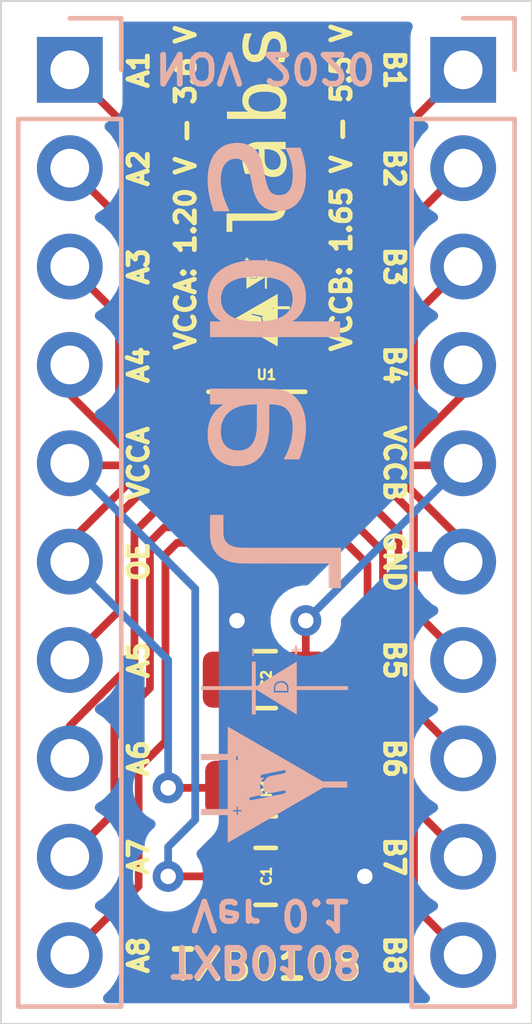
<source format=kicad_pcb>
(kicad_pcb (version 20171130) (host pcbnew 5.1.7-1.fc32)

  (general
    (thickness 1.6)
    (drawings 29)
    (tracks 105)
    (zones 0)
    (modules 8)
    (nets 21)
  )

  (page A4)
  (title_block
    (title "TXB0108DQSR Breakout Board")
    (date 2020-11-03)
    (rev 0.1)
    (company "Upside Down Labs")
    (comment 1 "±15-kV ESD Protection")
    (comment 2 "Auto-Direction Sensing")
    (comment 3 "8-Bit Bidirectional Voltage-Level Translator")
  )

  (layers
    (0 F.Cu signal hide)
    (31 B.Cu signal hide)
    (32 B.Adhes user hide)
    (33 F.Adhes user hide)
    (34 B.Paste user hide)
    (35 F.Paste user hide)
    (36 B.SilkS user)
    (37 F.SilkS user)
    (38 B.Mask user)
    (39 F.Mask user)
    (40 Dwgs.User user hide)
    (41 Cmts.User user hide)
    (42 Eco1.User user)
    (43 Eco2.User user)
    (44 Edge.Cuts user)
    (45 Margin user)
    (46 B.CrtYd user hide)
    (47 F.CrtYd user hide)
    (48 B.Fab user hide)
    (49 F.Fab user hide)
  )

  (setup
    (last_trace_width 0.2)
    (user_trace_width 0.2)
    (trace_clearance 0.2)
    (zone_clearance 0.508)
    (zone_45_only no)
    (trace_min 0.2)
    (via_size 0.8)
    (via_drill 0.4)
    (via_min_size 0.4)
    (via_min_drill 0.3)
    (user_via 0.5 0.4)
    (uvia_size 0.3)
    (uvia_drill 0.1)
    (uvias_allowed no)
    (uvia_min_size 0.2)
    (uvia_min_drill 0.1)
    (edge_width 0.05)
    (segment_width 0.2)
    (pcb_text_width 0.3)
    (pcb_text_size 1.5 1.5)
    (mod_edge_width 0.12)
    (mod_text_size 1 1)
    (mod_text_width 0.15)
    (pad_size 1.524 1.524)
    (pad_drill 0.762)
    (pad_to_mask_clearance 0.0508)
    (aux_axis_origin 0 0)
    (visible_elements FFFFFF7F)
    (pcbplotparams
      (layerselection 0x010fc_ffffffff)
      (usegerberextensions false)
      (usegerberattributes true)
      (usegerberadvancedattributes true)
      (creategerberjobfile true)
      (excludeedgelayer true)
      (linewidth 0.100000)
      (plotframeref false)
      (viasonmask false)
      (mode 1)
      (useauxorigin false)
      (hpglpennumber 1)
      (hpglpenspeed 20)
      (hpglpendiameter 15.000000)
      (psnegative false)
      (psa4output false)
      (plotreference true)
      (plotvalue true)
      (plotinvisibletext false)
      (padsonsilk false)
      (subtractmaskfromsilk false)
      (outputformat 1)
      (mirror false)
      (drillshape 1)
      (scaleselection 1)
      (outputdirectory ""))
  )

  (net 0 "")
  (net 1 GND)
  (net 2 +3V3)
  (net 3 +5V)
  (net 4 A8)
  (net 5 A7)
  (net 6 A6)
  (net 7 A5)
  (net 8 OE)
  (net 9 A4)
  (net 10 A3)
  (net 11 A2)
  (net 12 A1)
  (net 13 B8)
  (net 14 B7)
  (net 15 B6)
  (net 16 B5)
  (net 17 B4)
  (net 18 B3)
  (net 19 B2)
  (net 20 B1)

  (net_class Default "This is the default net class."
    (clearance 0.2)
    (trace_width 0.25)
    (via_dia 0.8)
    (via_drill 0.4)
    (uvia_dia 0.3)
    (uvia_drill 0.1)
    (add_net +3V3)
    (add_net +5V)
    (add_net A1)
    (add_net A2)
    (add_net A3)
    (add_net A4)
    (add_net A5)
    (add_net A6)
    (add_net A7)
    (add_net A8)
    (add_net B1)
    (add_net B2)
    (add_net B3)
    (add_net B4)
    (add_net B5)
    (add_net B6)
    (add_net B7)
    (add_net B8)
    (add_net GND)
    (add_net OE)
  )

  (module udlabs:udlabs_18.1x3.8 (layer B.Cu) (tedit 5FA14C9A) (tstamp 5FA1ABF6)
    (at 147.5232 85.598 90)
    (fp_text reference G*** (at -0.01 3.97 90) (layer B.SilkS) hide
      (effects (font (size 1.524 1.524) (thickness 0.3)) (justify mirror))
    )
    (fp_text value LOGO (at 0.24 -3.72 90) (layer B.SilkS) hide
      (effects (font (size 1.524 1.524) (thickness 0.3)) (justify mirror))
    )
    (fp_poly (pts (xy -7.45903 1.564217) (xy -7.458927 1.251656) (xy -6.752433 0.026811) (xy -6.045939 -1.198033)
      (xy -6.396937 -1.19875) (xy -6.747934 -1.199466) (xy -6.747934 -1.899355) (xy -6.897511 -1.899355)
      (xy -6.897511 -1.199444) (xy -8.170334 -1.199444) (xy -8.170334 -1.899355) (xy -8.319911 -1.899355)
      (xy -8.319911 -1.199444) (xy -8.6741 -1.199444) (xy -8.734421 -1.199422) (xy -8.789123 -1.199354)
      (xy -8.838202 -1.199241) (xy -8.881658 -1.199082) (xy -8.919487 -1.198878) (xy -8.951686 -1.19863)
      (xy -8.978254 -1.198336) (xy -8.999188 -1.197996) (xy -9.014486 -1.197612) (xy -9.024145 -1.197183)
      (xy -9.028163 -1.196708) (xy -9.028289 -1.196602) (xy -9.02689 -1.194003) (xy -9.022749 -1.186665)
      (xy -9.015951 -1.174733) (xy -9.00658 -1.158355) (xy -8.99472 -1.137676) (xy -8.980456 -1.112843)
      (xy -8.963872 -1.084003) (xy -8.945053 -1.0513) (xy -8.924082 -1.014883) (xy -8.901046 -0.974897)
      (xy -8.879192 -0.936978) (xy -8.322734 -0.936978) (xy -8.322734 -0.976489) (xy -8.232423 -0.976489)
      (xy -8.232423 -1.0668) (xy -8.190089 -1.0668) (xy -8.190089 -0.976489) (xy -8.099778 -0.976489)
      (xy -8.099778 -0.9398) (xy -6.911623 -0.9398) (xy -6.911623 -0.9906) (xy -6.801556 -0.9906)
      (xy -6.801556 -0.9398) (xy -6.911623 -0.9398) (xy -8.099778 -0.9398) (xy -8.099778 -0.936978)
      (xy -8.190089 -0.936978) (xy -8.190089 -0.843844) (xy -8.232423 -0.843844) (xy -8.232423 -0.936978)
      (xy -8.322734 -0.936978) (xy -8.879192 -0.936978) (xy -8.876027 -0.931488) (xy -8.849111 -0.884804)
      (xy -8.820381 -0.834989) (xy -8.789923 -0.782192) (xy -8.75782 -0.726557) (xy -8.724157 -0.668232)
      (xy -8.69255 -0.613479) (xy -7.944556 -0.613479) (xy -7.942357 -0.627992) (xy -7.936048 -0.638881)
      (xy -7.926058 -0.645872) (xy -7.912818 -0.648694) (xy -7.896757 -0.647075) (xy -7.892973 -0.646119)
      (xy -7.881286 -0.640731) (xy -7.869746 -0.6319) (xy -7.860558 -0.62144) (xy -7.85817 -0.617471)
      (xy -7.857146 -0.613857) (xy -7.855128 -0.605284) (xy -7.852234 -0.592325) (xy -7.848584 -0.575556)
      (xy -7.844295 -0.55555) (xy -7.839487 -0.532882) (xy -7.834278 -0.508125) (xy -7.828787 -0.481855)
      (xy -7.823133 -0.454646) (xy -7.817433 -0.427071) (xy -7.811807 -0.399706) (xy -7.806374 -0.373124)
      (xy -7.801252 -0.347899) (xy -7.796559 -0.324607) (xy -7.792415 -0.30382) (xy -7.788937 -0.286115)
      (xy -7.786246 -0.272064) (xy -7.784458 -0.262242) (xy -7.783694 -0.257223) (xy -7.783674 -0.256886)
      (xy -7.782353 -0.25842) (xy -7.778848 -0.263793) (xy -7.773824 -0.271971) (xy -7.771912 -0.275167)
      (xy -7.760514 -0.29161) (xy -7.746147 -0.308254) (xy -7.730233 -0.32369) (xy -7.714194 -0.336511)
      (xy -7.702622 -0.343733) (xy -7.678978 -0.354837) (xy -7.655623 -0.362647) (xy -7.630999 -0.367516)
      (xy -7.603548 -0.369797) (xy -7.586243 -0.370074) (xy -7.544334 -0.367203) (xy -7.503895 -0.358922)
      (xy -7.465179 -0.345333) (xy -7.428444 -0.326539) (xy -7.393944 -0.302642) (xy -7.373097 -0.284662)
      (xy -7.364999 -0.277233) (xy -7.358721 -0.271753) (xy -7.355175 -0.269004) (xy -7.354711 -0.268888)
      (xy -7.355246 -0.272087) (xy -7.356684 -0.279555) (xy -7.358782 -0.290037) (xy -7.360356 -0.297744)
      (xy -7.362794 -0.310273) (xy -7.364702 -0.321374) (xy -7.365819 -0.329451) (xy -7.366 -0.332062)
      (xy -7.363499 -0.343857) (xy -7.356647 -0.353334) (xy -7.346427 -0.36003) (xy -7.33382 -0.363483)
      (xy -7.319806 -0.363229) (xy -7.307387 -0.359698) (xy -7.29288 -0.351144) (xy -7.281885 -0.338708)
      (xy -7.278054 -0.332071) (xy -7.276812 -0.327985) (xy -7.274574 -0.318808) (xy -7.271431 -0.30499)
      (xy -7.267473 -0.286979) (xy -7.262792 -0.265224) (xy -7.257479 -0.240174) (xy -7.251624 -0.212277)
      (xy -7.245319 -0.181983) (xy -7.238654 -0.149739) (xy -7.23172 -0.115996) (xy -7.224608 -0.0812)
      (xy -7.217409 -0.045802) (xy -7.210214 -0.010249) (xy -7.203114 0.025009) (xy -7.1962 0.059524)
      (xy -7.189562 0.092848) (xy -7.183292 0.12453) (xy -7.177481 0.154123) (xy -7.172218 0.181179)
      (xy -7.167596 0.205247) (xy -7.163705 0.22588) (xy -7.160636 0.242629) (xy -7.158481 0.255045)
      (xy -7.157329 0.262679) (xy -7.157156 0.264685) (xy -7.159511 0.278408) (xy -7.166348 0.288902)
      (xy -7.177322 0.295868) (xy -7.192089 0.299004) (xy -7.196667 0.299156) (xy -7.213737 0.296767)
      (xy -7.228401 0.289941) (xy -7.239742 0.279188) (xy -7.243658 0.272935) (xy -7.244879 0.268908)
      (xy -7.247096 0.259808) (xy -7.250209 0.246097) (xy -7.254121 0.22824) (xy -7.258732 0.2067)
      (xy -7.263944 0.18194) (xy -7.269659 0.154425) (xy -7.275777 0.124618) (xy -7.282202 0.092982)
      (xy -7.287155 0.068362) (xy -7.294734 0.030572) (xy -7.301308 -0.002113) (xy -7.306979 -0.030123)
      (xy -7.311847 -0.053886) (xy -7.316012 -0.073833) (xy -7.319574 -0.090394) (xy -7.322635 -0.103998)
      (xy -7.325293 -0.115075) (xy -7.32765 -0.124056) (xy -7.329807 -0.131369) (xy -7.331862 -0.137446)
      (xy -7.333917 -0.142714) (xy -7.336072 -0.147605) (xy -7.338428 -0.152548) (xy -7.339023 -0.153766)
      (xy -7.3545 -0.179486) (xy -7.374697 -0.203733) (xy -7.398734 -0.225777) (xy -7.425737 -0.244886)
      (xy -7.454826 -0.260332) (xy -7.477478 -0.269069) (xy -7.504372 -0.276089) (xy -7.533296 -0.280683)
      (xy -7.562682 -0.28277) (xy -7.590957 -0.282265) (xy -7.616552 -0.279086) (xy -7.62605 -0.276953)
      (xy -7.655504 -0.266569) (xy -7.681429 -0.251854) (xy -7.703586 -0.233058) (xy -7.721736 -0.210433)
      (xy -7.73564 -0.184231) (xy -7.745059 -0.154703) (xy -7.745883 -0.150917) (xy -7.747435 -0.142707)
      (xy -7.748569 -0.134572) (xy -7.749225 -0.12606) (xy -7.749343 -0.116718) (xy -7.748863 -0.106095)
      (xy -7.747724 -0.093738) (xy -7.745865 -0.079193) (xy -7.743228 -0.062009) (xy -7.73975 -0.041734)
      (xy -7.735373 -0.017913) (xy -7.730035 0.009904) (xy -7.723676 0.04217) (xy -7.716237 0.079339)
      (xy -7.713174 0.094545) (xy -7.705867 0.130779) (xy -7.699622 0.161902) (xy -7.694396 0.188336)
      (xy -7.690148 0.210504) (xy -7.686836 0.22883) (xy -7.684418 0.243736) (xy -7.682852 0.255648)
      (xy -7.682096 0.264986) (xy -7.682108 0.272176) (xy -7.682847 0.27764) (xy -7.68427 0.281802)
      (xy -7.686337 0.285085) (xy -7.689003 0.287912) (xy -7.692229 0.290706) (xy -7.693646 0.291892)
      (xy -7.700565 0.296548) (xy -7.708367 0.298706) (xy -7.7174 0.299156) (xy -7.727734 0.298588)
      (xy -7.737008 0.297146) (xy -7.740467 0.29616) (xy -7.74971 0.290848) (xy -7.759113 0.282622)
      (xy -7.766612 0.273469) (xy -7.769303 0.268446) (xy -7.770401 0.264302) (xy -7.772506 0.254993)
      (xy -7.775547 0.240885) (xy -7.779448 0.222347) (xy -7.784139 0.199744) (xy -7.789545 0.173443)
      (xy -7.795595 0.143812) (xy -7.802215 0.111217) (xy -7.809332 0.076026) (xy -7.816873 0.038604)
      (xy -7.824766 -0.000681) (xy -7.832937 -0.041462) (xy -7.841314 -0.083373) (xy -7.849823 -0.126047)
      (xy -7.858393 -0.169116) (xy -7.866949 -0.212214) (xy -7.87542 -0.254974) (xy -7.883731 -0.297029)
      (xy -7.891811 -0.338013) (xy -7.899586 -0.377558) (xy -7.906984 -0.415298) (xy -7.913931 -0.450865)
      (xy -7.920354 -0.483894) (xy -7.926182 -0.514016) (xy -7.93134 -0.540865) (xy -7.935756 -0.564075)
      (xy -7.939357 -0.583279) (xy -7.94207 -0.598109) (xy -7.943823 -0.608198) (xy -7.944542 -0.613181)
      (xy -7.944556 -0.613479) (xy -8.69255 -0.613479) (xy -8.689018 -0.607362) (xy -8.652488 -0.544094)
      (xy -8.614652 -0.478575) (xy -8.575593 -0.41095) (xy -8.535396 -0.341366) (xy -8.494146 -0.26997)
      (xy -8.451927 -0.196908) (xy -8.408823 -0.122326) (xy -8.364918 -0.04637) (xy -8.320298 0.030813)
      (xy -8.3185 0.033923) (xy -7.608711 1.261605) (xy -7.608711 1.876778) (xy -7.459134 1.876778)
      (xy -7.45903 1.564217)) (layer B.SilkS) (width 0.01))
    (fp_poly (pts (xy -4.998156 0.575758) (xy -4.36613 0.574322) (xy -4.689168 0.045156) (xy -5.012205 -0.484011)
      (xy -4.689092 -0.484728) (xy -4.365978 -0.485446) (xy -4.365978 -0.575709) (xy -4.681361 -0.576427)
      (xy -4.996745 -0.577144) (xy -4.997456 -1.235428) (xy -4.998168 -1.893711) (xy -5.088467 -1.893711)
      (xy -5.088467 -0.575733) (xy -5.720645 -0.575733) (xy -5.720645 -0.485422) (xy -5.394678 -0.485422)
      (xy -5.352292 -0.485412) (xy -5.311511 -0.485384) (xy -5.272687 -0.485337) (xy -5.236173 -0.485275)
      (xy -5.20232 -0.485197) (xy -5.171478 -0.485105) (xy -5.144001 -0.485001) (xy -5.120238 -0.484886)
      (xy -5.100543 -0.48476) (xy -5.085266 -0.484626) (xy -5.074759 -0.484484) (xy -5.069374 -0.484335)
      (xy -5.068711 -0.484261) (xy -5.070167 -0.481782) (xy -5.074445 -0.474712) (xy -5.081413 -0.463269)
      (xy -5.090935 -0.447671) (xy -5.10288 -0.428136) (xy -5.117113 -0.404881) (xy -5.1335 -0.378125)
      (xy -5.151909 -0.348084) (xy -5.172206 -0.314978) (xy -5.194257 -0.279023) (xy -5.217928 -0.240438)
      (xy -5.243087 -0.19944) (xy -5.2696 -0.156247) (xy -5.297332 -0.111077) (xy -5.326151 -0.064148)
      (xy -5.355923 -0.015677) (xy -5.386515 0.034117) (xy -5.393267 0.045107) (xy -5.424019 0.095161)
      (xy -5.453981 0.143939) (xy -5.483019 0.191224) (xy -5.511 0.236797) (xy -5.537789 0.280441)
      (xy -5.563254 0.321937) (xy -5.584064 0.355857) (xy -5.161845 0.355857) (xy -5.161845 0.138826)
      (xy -5.161828 0.107233) (xy -5.161765 0.08045) (xy -5.161629 0.05806) (xy -5.161392 0.039645)
      (xy -5.161028 0.024788) (xy -5.160508 0.013072) (xy -5.159805 0.00408) (xy -5.158891 -0.002606)
      (xy -5.157738 -0.007403) (xy -5.15632 -0.010727) (xy -5.154608 -0.012998) (xy -5.152576 -0.014631)
      (xy -5.150195 -0.016044) (xy -5.149145 -0.016637) (xy -5.144019 -0.017859) (xy -5.134214 -0.018715)
      (xy -5.120682 -0.019226) (xy -5.104375 -0.019414) (xy -5.086245 -0.019299) (xy -5.067244 -0.018904)
      (xy -5.048324 -0.018249) (xy -5.030437 -0.017356) (xy -5.014535 -0.016246) (xy -5.00157 -0.014939)
      (xy -4.992494 -0.013458) (xy -4.9911 -0.013107) (xy -4.960776 -0.00182) (xy -4.933405 0.0141)
      (xy -4.909383 0.034253) (xy -4.889106 0.058239) (xy -4.872969 0.085658) (xy -4.86137 0.116111)
      (xy -4.860687 0.118533) (xy -4.858381 0.128782) (xy -4.856863 0.140532) (xy -4.856024 0.155076)
      (xy -4.855757 0.173709) (xy -4.855762 0.1778) (xy -4.855906 0.19451) (xy -4.856337 0.20701)
      (xy -4.857233 0.216732) (xy -4.858776 0.225109) (xy -4.861146 0.233574) (xy -4.863731 0.2413)
      (xy -4.872498 0.263591) (xy -4.882397 0.282188) (xy -4.894647 0.299044) (xy -4.910445 0.31609)
      (xy -4.929936 0.333323) (xy -4.950053 0.346557) (xy -4.972776 0.356988) (xy -4.985456 0.361436)
      (xy -4.992116 0.363447) (xy -4.998717 0.365017) (xy -5.006113 0.366218) (xy -5.01516 0.367122)
      (xy -5.026713 0.367799) (xy -5.041628 0.368323) (xy -5.060761 0.368763) (xy -5.076321 0.369047)
      (xy -5.147431 0.370271) (xy -5.161845 0.355857) (xy -5.584064 0.355857) (xy -5.587261 0.361068)
      (xy -5.609676 0.397617) (xy -5.630366 0.431365) (xy -5.649197 0.462094) (xy -5.666036 0.489587)
      (xy -5.680749 0.513626) (xy -5.693202 0.533993) (xy -5.703263 0.55047) (xy -5.710797 0.56284)
      (xy -5.715672 0.570884) (xy -5.717753 0.574385) (xy -5.717823 0.574523) (xy -5.71506 0.574684)
      (xy -5.707011 0.574837) (xy -5.694033 0.574984) (xy -5.676484 0.575121) (xy -5.654722 0.575248)
      (xy -5.629104 0.575364) (xy -5.59999 0.575466) (xy -5.567735 0.575554) (xy -5.532699 0.575626)
      (xy -5.495238 0.57568) (xy -5.455712 0.575716) (xy -5.414477 0.575733) (xy -5.088467 0.575733)
      (xy -5.088467 1.896533) (xy -4.998156 1.896533) (xy -4.998156 0.575758)) (layer B.SilkS) (width 0.01))
    (fp_poly (pts (xy 1.80318 0.807672) (xy 1.860443 0.802725) (xy 1.939512 0.792291) (xy 2.015136 0.777665)
      (xy 2.087242 0.758877) (xy 2.155757 0.735958) (xy 2.220609 0.70894) (xy 2.281726 0.677854)
      (xy 2.339036 0.64273) (xy 2.392465 0.603601) (xy 2.441941 0.560498) (xy 2.456744 0.546054)
      (xy 2.492274 0.508287) (xy 2.524059 0.469808) (xy 2.552289 0.430158) (xy 2.577148 0.388875)
      (xy 2.598824 0.3455) (xy 2.617504 0.299572) (xy 2.633375 0.25063) (xy 2.646623 0.198214)
      (xy 2.657435 0.141864) (xy 2.665999 0.081118) (xy 2.672501 0.015518) (xy 2.672615 0.014111)
      (xy 2.673541 0.002436) (xy 2.674403 -0.008915) (xy 2.675205 -0.020167) (xy 2.675949 -0.031543)
      (xy 2.676637 -0.043269) (xy 2.677272 -0.055571) (xy 2.677857 -0.068672) (xy 2.678394 -0.082799)
      (xy 2.678886 -0.098175) (xy 2.679336 -0.115026) (xy 2.679746 -0.133577) (xy 2.680118 -0.154052)
      (xy 2.680455 -0.176678) (xy 2.680761 -0.201677) (xy 2.681037 -0.229277) (xy 2.681286 -0.259701)
      (xy 2.681511 -0.293174) (xy 2.681714 -0.329922) (xy 2.681898 -0.370169) (xy 2.682066 -0.41414)
      (xy 2.68222 -0.462061) (xy 2.682362 -0.514156) (xy 2.682496 -0.57065) (xy 2.682624 -0.631768)
      (xy 2.682748 -0.697735) (xy 2.682872 -0.768776) (xy 2.682997 -0.845116) (xy 2.683066 -0.888294)
      (xy 2.684282 -1.656644) (xy 2.286042 -1.656644) (xy 2.285315 -1.478789) (xy 2.284589 -1.300935)
      (xy 2.255958 -1.344028) (xy 2.215462 -1.400716) (xy 2.172524 -1.452462) (xy 2.127 -1.499351)
      (xy 2.078747 -1.541469) (xy 2.02762 -1.578901) (xy 1.973477 -1.611732) (xy 1.916173 -1.640047)
      (xy 1.855564 -1.663933) (xy 1.791508 -1.683473) (xy 1.723859 -1.698755) (xy 1.652476 -1.709862)
      (xy 1.636453 -1.711732) (xy 1.61905 -1.71327) (xy 1.597295 -1.714605) (xy 1.572337 -1.715715)
      (xy 1.545325 -1.716579) (xy 1.517409 -1.717177) (xy 1.489738 -1.717489) (xy 1.463461 -1.717493)
      (xy 1.439729 -1.717169) (xy 1.41969 -1.716497) (xy 1.408673 -1.715823) (xy 1.336336 -1.707789)
      (xy 1.267416 -1.695267) (xy 1.201897 -1.678251) (xy 1.139764 -1.656734) (xy 1.081001 -1.63071)
      (xy 1.025593 -1.600173) (xy 0.973525 -1.565116) (xy 0.924781 -1.525533) (xy 0.903449 -1.505782)
      (xy 0.861509 -1.461453) (xy 0.823968 -1.413635) (xy 0.790916 -1.362491) (xy 0.762449 -1.308184)
      (xy 0.738659 -1.250877) (xy 0.71964 -1.190733) (xy 0.716748 -1.179689) (xy 0.708634 -1.144989)
      (xy 0.702267 -1.111238) (xy 0.697508 -1.077188) (xy 0.69422 -1.041594) (xy 0.692264 -1.003208)
      (xy 0.691505 -0.960785) (xy 0.691484 -0.951089) (xy 0.691996 -0.931333) (xy 1.086665 -0.931333)
      (xy 1.088812 -0.985815) (xy 1.095286 -1.03675) (xy 1.106141 -1.084277) (xy 1.121431 -1.128536)
      (xy 1.141207 -1.169665) (xy 1.165523 -1.207804) (xy 1.194432 -1.243091) (xy 1.21252 -1.261536)
      (xy 1.247113 -1.291156) (xy 1.284956 -1.316733) (xy 1.326223 -1.338334) (xy 1.371093 -1.356027)
      (xy 1.419741 -1.369883) (xy 1.472343 -1.379968) (xy 1.529076 -1.386351) (xy 1.535289 -1.38681)
      (xy 1.54878 -1.387335) (xy 1.566545 -1.387406) (xy 1.587232 -1.387074) (xy 1.609493 -1.386387)
      (xy 1.631978 -1.385395) (xy 1.653337 -1.384148) (xy 1.672222 -1.382693) (xy 1.685322 -1.381331)
      (xy 1.746136 -1.371212) (xy 1.804164 -1.356228) (xy 1.85932 -1.33647) (xy 1.911519 -1.312028)
      (xy 1.960676 -1.282994) (xy 2.006707 -1.249457) (xy 2.049526 -1.21151) (xy 2.089048 -1.169242)
      (xy 2.125188 -1.122744) (xy 2.157862 -1.072108) (xy 2.186985 -1.017424) (xy 2.212471 -0.958782)
      (xy 2.234235 -0.896274) (xy 2.252193 -0.82999) (xy 2.26611 -0.760904) (xy 2.271275 -0.727732)
      (xy 2.275509 -0.694382) (xy 2.2789 -0.659795) (xy 2.281535 -0.622912) (xy 2.283501 -0.582676)
      (xy 2.284885 -0.538027) (xy 2.285042 -0.531137) (xy 2.286916 -0.445619) (xy 1.969663 -0.446733)
      (xy 1.919257 -0.446919) (xy 1.874157 -0.447106) (xy 1.834025 -0.447301) (xy 1.798522 -0.447509)
      (xy 1.767309 -0.447735) (xy 1.740049 -0.447985) (xy 1.716404 -0.448264) (xy 1.696033 -0.448578)
      (xy 1.678601 -0.448932) (xy 1.663767 -0.449331) (xy 1.651193 -0.449782) (xy 1.640542 -0.45029)
      (xy 1.631474 -0.45086) (xy 1.623652 -0.451498) (xy 1.616736 -0.452209) (xy 1.614311 -0.452495)
      (xy 1.55948 -0.460098) (xy 1.509457 -0.469011) (xy 1.463517 -0.479425) (xy 1.420936 -0.49153)
      (xy 1.380991 -0.505516) (xy 1.342955 -0.521573) (xy 1.332089 -0.526688) (xy 1.293582 -0.546964)
      (xy 1.259382 -0.568788) (xy 1.228188 -0.593044) (xy 1.209728 -0.609748) (xy 1.17892 -0.642488)
      (xy 1.152722 -0.677562) (xy 1.131037 -0.715223) (xy 1.113768 -0.755724) (xy 1.100819 -0.799319)
      (xy 1.092092 -0.84626) (xy 1.08749 -0.896802) (xy 1.086665 -0.931333) (xy 0.691996 -0.931333)
      (xy 0.693185 -0.885569) (xy 0.698298 -0.824094) (xy 0.706899 -0.766157) (xy 0.719063 -0.71125)
      (xy 0.734868 -0.658864) (xy 0.735593 -0.656766) (xy 0.758667 -0.598577) (xy 0.786247 -0.543774)
      (xy 0.818319 -0.492369) (xy 0.854867 -0.444371) (xy 0.895875 -0.399791) (xy 0.941327 -0.358637)
      (xy 0.991209 -0.320921) (xy 1.045504 -0.286652) (xy 1.104196 -0.255841) (xy 1.167271 -0.228496)
      (xy 1.234713 -0.204629) (xy 1.306505 -0.184249) (xy 1.382633 -0.167366) (xy 1.463081 -0.15399)
      (xy 1.533877 -0.145483) (xy 1.549846 -0.14394) (xy 1.56563 -0.14256) (xy 1.58162 -0.141334)
      (xy 1.598207 -0.140254) (xy 1.615781 -0.139311) (xy 1.634732 -0.138495) (xy 1.655453 -0.1378)
      (xy 1.678332 -0.137215) (xy 1.703762 -0.136731) (xy 1.732132 -0.136341) (xy 1.763833 -0.136035)
      (xy 1.799256 -0.135805) (xy 1.838792 -0.135642) (xy 1.88283 -0.135537) (xy 1.931763 -0.135481)
      (xy 1.981513 -0.135467) (xy 2.286 -0.135467) (xy 2.28599 -0.100894) (xy 2.284372 -0.035383)
      (xy 2.279511 0.025579) (xy 2.271338 0.082111) (xy 2.259784 0.134332) (xy 2.244781 0.18236)
      (xy 2.22626 0.226314) (xy 2.20415 0.266313) (xy 2.178385 0.302475) (xy 2.148894 0.33492)
      (xy 2.115609 0.363765) (xy 2.078461 0.389131) (xy 2.037381 0.411134) (xy 1.9923 0.429895)
      (xy 1.974226 0.436158) (xy 1.924854 0.450165) (xy 1.871264 0.461203) (xy 1.814046 0.469261)
      (xy 1.753787 0.474331) (xy 1.691076 0.476404) (xy 1.626503 0.475469) (xy 1.560655 0.471517)
      (xy 1.494122 0.464539) (xy 1.427491 0.454525) (xy 1.381175 0.445718) (xy 1.28872 0.423733)
      (xy 1.196589 0.39613) (xy 1.104756 0.362902) (xy 1.053436 0.341828) (xy 1.037171 0.334616)
      (xy 1.017355 0.325439) (xy 0.995162 0.314875) (xy 0.971763 0.303502) (xy 0.948333 0.291897)
      (xy 0.926043 0.280639) (xy 0.906067 0.270304) (xy 0.889578 0.261472) (xy 0.884042 0.258387)
      (xy 0.866384 0.248388) (xy 0.867108 0.446186) (xy 0.867833 0.643984) (xy 0.884766 0.650898)
      (xy 0.892416 0.653841) (xy 0.904376 0.658218) (xy 0.919607 0.66366) (xy 0.937071 0.669797)
      (xy 0.955728 0.676259) (xy 0.963789 0.679022) (xy 1.065377 0.71185) (xy 1.164222 0.739954)
      (xy 1.260608 0.763372) (xy 1.354818 0.782143) (xy 1.447137 0.796307) (xy 1.537849 0.805903)
      (xy 1.627238 0.810969) (xy 1.715587 0.811546) (xy 1.80318 0.807672)) (layer B.SilkS) (width 0.01))
    (fp_poly (pts (xy 4.420299 1.070675) (xy 4.421011 0.448016) (xy 4.438876 0.478008) (xy 4.472975 0.52996)
      (xy 4.510856 0.577753) (xy 4.552422 0.621325) (xy 4.597574 0.660613) (xy 4.646212 0.695555)
      (xy 4.698237 0.72609) (xy 4.753551 0.752155) (xy 4.812053 0.773688) (xy 4.873646 0.790627)
      (xy 4.93823 0.80291) (xy 4.961918 0.806146) (xy 4.980983 0.807961) (xy 5.004346 0.809348)
      (xy 5.030673 0.810298) (xy 5.058635 0.810802) (xy 5.086899 0.810852) (xy 5.114133 0.810438)
      (xy 5.139007 0.809553) (xy 5.160187 0.808187) (xy 5.167489 0.807487) (xy 5.238133 0.797413)
      (xy 5.305442 0.78281) (xy 5.369532 0.763613) (xy 5.430522 0.739758) (xy 5.488532 0.71118)
      (xy 5.543678 0.677813) (xy 5.596081 0.639592) (xy 5.645858 0.596453) (xy 5.693129 0.54833)
      (xy 5.73801 0.495159) (xy 5.739036 0.493849) (xy 5.780551 0.436471) (xy 5.818848 0.374702)
      (xy 5.853758 0.3089) (xy 5.885111 0.239427) (xy 5.912738 0.16664) (xy 5.93647 0.090898)
      (xy 5.946383 0.053778) (xy 5.963078 -0.020369) (xy 5.976868 -0.098691) (xy 5.987712 -0.180498)
      (xy 5.99557 -0.265101) (xy 6.000403 -0.351811) (xy 6.002168 -0.439939) (xy 6.000828 -0.528795)
      (xy 5.99634 -0.617691) (xy 5.990012 -0.692855) (xy 5.978736 -0.78401) (xy 5.963532 -0.871691)
      (xy 5.944439 -0.955807) (xy 5.921496 -1.036264) (xy 5.894741 -1.11297) (xy 5.864214 -1.185833)
      (xy 5.829951 -1.254761) (xy 5.791993 -1.319662) (xy 5.750377 -1.380442) (xy 5.705143 -1.437009)
      (xy 5.658064 -1.48755) (xy 5.609339 -1.532303) (xy 5.557977 -1.572171) (xy 5.503896 -1.607189)
      (xy 5.447019 -1.637393) (xy 5.387264 -1.662818) (xy 5.324552 -1.683498) (xy 5.258803 -1.69947)
      (xy 5.189938 -1.710768) (xy 5.140973 -1.715825) (xy 5.126877 -1.716701) (xy 5.109543 -1.717395)
      (xy 5.090181 -1.717897) (xy 5.069997 -1.718196) (xy 5.0502 -1.718284) (xy 5.031996 -1.718151)
      (xy 5.016594 -1.717788) (xy 5.005201 -1.717184) (xy 5.002389 -1.716915) (xy 4.996111 -1.716242)
      (xy 4.985797 -1.715187) (xy 4.973027 -1.713911) (xy 4.962877 -1.712914) (xy 4.909936 -1.705536)
      (xy 4.856243 -1.693845) (xy 4.803094 -1.678245) (xy 4.751783 -1.65914) (xy 4.703605 -1.636935)
      (xy 4.68157 -1.625065) (xy 4.645159 -1.602262) (xy 4.608254 -1.57514) (xy 4.572081 -1.544757)
      (xy 4.537867 -1.51217) (xy 4.506839 -1.478436) (xy 4.495477 -1.464711) (xy 4.482774 -1.448093)
      (xy 4.468259 -1.427835) (xy 4.452832 -1.40525) (xy 4.437391 -1.381647) (xy 4.425769 -1.363133)
      (xy 4.419695 -1.353255) (xy 4.419647 -1.50495) (xy 4.4196 -1.656644) (xy 4.024489 -1.656644)
      (xy 4.024489 -0.448315) (xy 4.42015 -0.448315) (xy 4.421082 -0.527724) (xy 4.424684 -0.605397)
      (xy 4.430901 -0.680681) (xy 4.439677 -0.752927) (xy 4.450954 -0.821483) (xy 4.464678 -0.885696)
      (xy 4.467587 -0.897467) (xy 4.486254 -0.963034) (xy 4.507914 -1.023943) (xy 4.53255 -1.080171)
      (xy 4.56014 -1.131691) (xy 4.590668 -1.178482) (xy 4.624112 -1.220516) (xy 4.660455 -1.257772)
      (xy 4.699677 -1.290223) (xy 4.74176 -1.317845) (xy 4.786683 -1.340615) (xy 4.826418 -1.355914)
      (xy 4.854191 -1.364107) (xy 4.884928 -1.371345) (xy 4.915958 -1.377049) (xy 4.936066 -1.379777)
      (xy 4.956019 -1.381376) (xy 4.979804 -1.382264) (xy 5.005655 -1.382455) (xy 5.031807 -1.381966)
      (xy 5.056494 -1.380815) (xy 5.077951 -1.379018) (xy 5.083268 -1.378385) (xy 5.136162 -1.369081)
      (xy 5.185814 -1.35522) (xy 5.232361 -1.336718) (xy 5.275939 -1.31349) (xy 5.316682 -1.28545)
      (xy 5.354726 -1.252514) (xy 5.390207 -1.214596) (xy 5.423259 -1.171612) (xy 5.431246 -1.159933)
      (xy 5.441142 -1.144007) (xy 5.45233 -1.124139) (xy 5.464137 -1.101682) (xy 5.475889 -1.077984)
      (xy 5.486913 -1.054397) (xy 5.496537 -1.03227) (xy 5.502843 -1.016343) (xy 5.522123 -0.958871)
      (xy 5.538927 -0.896631) (xy 5.553208 -0.829951) (xy 5.564918 -0.759158) (xy 5.574009 -0.684579)
      (xy 5.580432 -0.606544) (xy 5.584141 -0.525378) (xy 5.585122 -0.452967) (xy 5.583538 -0.362709)
      (xy 5.578946 -0.276857) (xy 5.571357 -0.195451) (xy 5.560781 -0.11853) (xy 5.547231 -0.046135)
      (xy 5.530718 0.021694) (xy 5.511252 0.084916) (xy 5.488844 0.14349) (xy 5.463507 0.197378)
      (xy 5.435251 0.246537) (xy 5.404087 0.290929) (xy 5.370026 0.330512) (xy 5.367424 0.333215)
      (xy 5.330096 0.367711) (xy 5.289604 0.397606) (xy 5.246144 0.422833) (xy 5.199912 0.443327)
      (xy 5.151106 0.459022) (xy 5.099919 0.469851) (xy 5.04655 0.475749) (xy 4.991193 0.47665)
      (xy 4.948766 0.474033) (xy 4.894199 0.466353) (xy 4.842561 0.453849) (xy 4.793857 0.43653)
      (xy 4.748094 0.4144) (xy 4.705278 0.387466) (xy 4.665417 0.355736) (xy 4.628516 0.319214)
      (xy 4.594581 0.277909) (xy 4.56362 0.231825) (xy 4.535638 0.18097) (xy 4.510642 0.12535)
      (xy 4.488638 0.064971) (xy 4.469634 -0.000161) (xy 4.467512 -0.008467) (xy 4.457603 -0.050452)
      (xy 4.449082 -0.092426) (xy 4.441841 -0.135239) (xy 4.435774 -0.179738) (xy 4.430771 -0.226774)
      (xy 4.426726 -0.277195) (xy 4.42353 -0.33185) (xy 4.421945 -0.367822) (xy 4.42015 -0.448315)
      (xy 4.024489 -0.448315) (xy 4.024489 1.693333) (xy 4.419587 1.693333) (xy 4.420299 1.070675)) (layer B.SilkS) (width 0.01))
    (fp_poly (pts (xy 8.282767 0.809379) (xy 8.364249 0.803452) (xy 8.445675 0.794034) (xy 8.526401 0.781119)
      (xy 8.5471 0.777207) (xy 8.631519 0.759013) (xy 8.712157 0.738038) (xy 8.790341 0.713902)
      (xy 8.867398 0.686226) (xy 8.873772 0.683763) (xy 8.906933 0.670879) (xy 8.906933 0.477727)
      (xy 8.906902 0.445304) (xy 8.906814 0.414616) (xy 8.906672 0.386116) (xy 8.906483 0.360258)
      (xy 8.906252 0.337495) (xy 8.905982 0.318281) (xy 8.905681 0.303071) (xy 8.905352 0.292317)
      (xy 8.905001 0.286473) (xy 8.904775 0.285515) (xy 8.901711 0.287104) (xy 8.894518 0.290944)
      (xy 8.884023 0.296589) (xy 8.871055 0.303594) (xy 8.857503 0.310938) (xy 8.779608 0.350515)
      (xy 8.701668 0.384648) (xy 8.623132 0.413517) (xy 8.543452 0.437299) (xy 8.462077 0.456174)
      (xy 8.378459 0.470319) (xy 8.359363 0.472858) (xy 8.342427 0.474559) (xy 8.32093 0.476032)
      (xy 8.295949 0.477257) (xy 8.268563 0.478217) (xy 8.239852 0.478892) (xy 8.210893 0.479263)
      (xy 8.182765 0.479312) (xy 8.156547 0.47902) (xy 8.133317 0.478367) (xy 8.114155 0.477335)
      (xy 8.112115 0.47718) (xy 8.050963 0.470721) (xy 7.994648 0.461396) (xy 7.943128 0.449175)
      (xy 7.896361 0.434031) (xy 7.854304 0.415934) (xy 7.816917 0.394855) (xy 7.784155 0.370765)
      (xy 7.755977 0.343636) (xy 7.732341 0.313439) (xy 7.713205 0.280144) (xy 7.698526 0.243723)
      (xy 7.688262 0.204148) (xy 7.685009 0.184856) (xy 7.683361 0.168094) (xy 7.682463 0.147529)
      (xy 7.682297 0.124949) (xy 7.682847 0.102145) (xy 7.684096 0.080904) (xy 7.686026 0.063016)
      (xy 7.686165 0.062077) (xy 7.694735 0.021488) (xy 7.707662 -0.015702) (xy 7.724884 -0.049379)
      (xy 7.746336 -0.079432) (xy 7.771956 -0.105748) (xy 7.78886 -0.119373) (xy 7.810619 -0.133459)
      (xy 7.837788 -0.147713) (xy 7.870141 -0.162048) (xy 7.907448 -0.176372) (xy 7.949484 -0.190596)
      (xy 7.99602 -0.20463) (xy 8.024989 -0.212649) (xy 8.049026 -0.219005) (xy 8.07259 -0.225016)
      (xy 8.096323 -0.230824) (xy 8.120867 -0.236568) (xy 8.146866 -0.242386) (xy 8.174961 -0.24842)
      (xy 8.205794 -0.254808) (xy 8.240009 -0.261691) (xy 8.278248 -0.269207) (xy 8.321153 -0.277496)
      (xy 8.339422 -0.280995) (xy 8.366587 -0.286221) (xy 8.393087 -0.291386) (xy 8.418186 -0.296342)
      (xy 8.441145 -0.300941) (xy 8.461227 -0.305034) (xy 8.477694 -0.308472) (xy 8.489808 -0.311107)
      (xy 8.494804 -0.312271) (xy 8.5616 -0.330857) (xy 8.623906 -0.352822) (xy 8.681775 -0.378193)
      (xy 8.735259 -0.406998) (xy 8.784409 -0.439263) (xy 8.829278 -0.475016) (xy 8.857262 -0.501227)
      (xy 8.895271 -0.543015) (xy 8.928498 -0.587617) (xy 8.956991 -0.635132) (xy 8.980796 -0.685658)
      (xy 8.999962 -0.739297) (xy 9.014534 -0.796147) (xy 9.024232 -0.853722) (xy 9.027038 -0.88088)
      (xy 9.029037 -0.911553) (xy 9.030181 -0.943821) (xy 9.030421 -0.975765) (xy 9.029707 -1.005467)
      (xy 9.02857 -1.024467) (xy 9.021101 -1.089819) (xy 9.009339 -1.151594) (xy 8.993208 -1.209965)
      (xy 8.972635 -1.265103) (xy 8.947544 -1.317179) (xy 8.917861 -1.366367) (xy 8.883512 -1.412838)
      (xy 8.844423 -1.456763) (xy 8.8392 -1.462084) (xy 8.793024 -1.504715) (xy 8.742957 -1.543442)
      (xy 8.688968 -1.578279) (xy 8.631026 -1.609237) (xy 8.569099 -1.636328) (xy 8.503157 -1.659563)
      (xy 8.433168 -1.678955) (xy 8.359102 -1.694515) (xy 8.280928 -1.706254) (xy 8.198614 -1.714186)
      (xy 8.172137 -1.71588) (xy 8.153409 -1.716727) (xy 8.131196 -1.717388) (xy 8.106751 -1.717856)
      (xy 8.081328 -1.718125) (xy 8.056179 -1.718187) (xy 8.03256 -1.718036) (xy 8.011722 -1.717666)
      (xy 7.994921 -1.717068) (xy 7.991122 -1.71686) (xy 7.963261 -1.715025) (xy 7.934786 -1.712884)
      (xy 7.907235 -1.710567) (xy 7.882148 -1.708204) (xy 7.861063 -1.705925) (xy 7.859889 -1.705786)
      (xy 7.787718 -1.695819) (xy 7.711821 -1.682812) (xy 7.63309 -1.666967) (xy 7.55242 -1.648484)
      (xy 7.470703 -1.627569) (xy 7.388832 -1.604421) (xy 7.322961 -1.584156) (xy 7.272866 -1.568168)
      (xy 7.272866 -1.160359) (xy 7.330016 -1.188005) (xy 7.411308 -1.22591) (xy 7.489624 -1.259476)
      (xy 7.565429 -1.288835) (xy 7.639189 -1.314121) (xy 7.71137 -1.335468) (xy 7.782439 -1.353009)
      (xy 7.852861 -1.366877) (xy 7.923102 -1.377206) (xy 7.993628 -1.384128) (xy 8.021486 -1.385944)
      (xy 8.05153 -1.387319) (xy 8.078638 -1.387813) (xy 8.105451 -1.387427) (xy 8.134607 -1.386163)
      (xy 8.137172 -1.386021) (xy 8.188006 -1.382261) (xy 8.234229 -1.376847) (xy 8.276682 -1.369584)
      (xy 8.316203 -1.360279) (xy 8.353635 -1.348738) (xy 8.389818 -1.334769) (xy 8.4201 -1.320898)
      (xy 8.462155 -1.297676) (xy 8.499407 -1.271528) (xy 8.531944 -1.242342) (xy 8.55986 -1.210002)
      (xy 8.583243 -1.174393) (xy 8.602187 -1.135401) (xy 8.616781 -1.09291) (xy 8.623849 -1.063978)
      (xy 8.625918 -1.052263) (xy 8.627363 -1.039318) (xy 8.628261 -1.023967) (xy 8.628686 -1.005037)
      (xy 8.62874 -0.987778) (xy 8.628639 -0.968915) (xy 8.628366 -0.954513) (xy 8.627799 -0.943391)
      (xy 8.626819 -0.934364) (xy 8.625305 -0.92625) (xy 8.623137 -0.917867) (xy 8.620849 -0.910167)
      (xy 8.607294 -0.874943) (xy 8.588703 -0.84161) (xy 8.56503 -0.81013) (xy 8.536229 -0.780466)
      (xy 8.502251 -0.752581) (xy 8.463052 -0.726436) (xy 8.418583 -0.701994) (xy 8.368799 -0.679217)
      (xy 8.313651 -0.658068) (xy 8.302981 -0.654372) (xy 8.280984 -0.647088) (xy 8.258496 -0.640102)
      (xy 8.234964 -0.633278) (xy 8.209833 -0.626482) (xy 8.182547 -0.619577) (xy 8.152553 -0.612429)
      (xy 8.119297 -0.604901) (xy 8.082222 -0.59686) (xy 8.040776 -0.588168) (xy 7.994403 -0.578691)
      (xy 7.986889 -0.577173) (xy 7.963883 -0.572482) (xy 7.940153 -0.567555) (xy 7.917014 -0.562669)
      (xy 7.895778 -0.558105) (xy 7.87776 -0.554141) (xy 7.866944 -0.551682) (xy 7.800705 -0.534619)
      (xy 7.737859 -0.515046) (xy 7.678704 -0.493106) (xy 7.623541 -0.468937) (xy 7.57267 -0.442679)
      (xy 7.526391 -0.414474) (xy 7.485002 -0.384459) (xy 7.456311 -0.359886) (xy 7.419274 -0.322009)
      (xy 7.386719 -0.281061) (xy 7.358583 -0.236911) (xy 7.334801 -0.189426) (xy 7.31531 -0.138475)
      (xy 7.300047 -0.083927) (xy 7.288948 -0.02565) (xy 7.286555 -0.008467) (xy 7.284956 0.008345)
      (xy 7.283807 0.029573) (xy 7.283098 0.054006) (xy 7.282822 0.080433) (xy 7.28297 0.107646)
      (xy 7.283533 0.134432) (xy 7.284503 0.159583) (xy 7.285872 0.181888) (xy 7.287631 0.200136)
      (xy 7.28803 0.2032) (xy 7.299092 0.265983) (xy 7.314526 0.325219) (xy 7.334368 0.380975)
      (xy 7.358653 0.433316) (xy 7.387416 0.482307) (xy 7.420691 0.528013) (xy 7.458513 0.570501)
      (xy 7.500918 0.609835) (xy 7.508522 0.616161) (xy 7.55734 0.652913) (xy 7.609055 0.68549)
      (xy 7.664015 0.714058) (xy 7.722564 0.738788) (xy 7.78505 0.759847) (xy 7.828844 0.771874)
      (xy 7.897109 0.786799) (xy 7.96919 0.79826) (xy 8.044442 0.806254) (xy 8.122219 0.810775)
      (xy 8.201875 0.811818) (xy 8.282767 0.809379)) (layer B.SilkS) (width 0.01))
    (fp_poly (pts (xy -1.425193 0.432506) (xy -1.425184 0.313577) (xy -1.425162 0.20029) (xy -1.425127 0.092641)
      (xy -1.425079 -0.009373) (xy -1.425019 -0.105754) (xy -1.424945 -0.196506) (xy -1.424859 -0.281632)
      (xy -1.424759 -0.361135) (xy -1.424647 -0.435017) (xy -1.424522 -0.503283) (xy -1.424383 -0.565934)
      (xy -1.424232 -0.622974) (xy -1.424068 -0.674406) (xy -1.423891 -0.720233) (xy -1.423701 -0.760458)
      (xy -1.423498 -0.795085) (xy -1.423282 -0.824115) (xy -1.423053 -0.847553) (xy -1.422811 -0.8654)
      (xy -1.422556 -0.877661) (xy -1.422288 -0.884338) (xy -1.422255 -0.884767) (xy -1.41759 -0.927771)
      (xy -1.411147 -0.969881) (xy -1.403158 -1.009944) (xy -1.393854 -1.046809) (xy -1.383469 -1.079321)
      (xy -1.382737 -1.081325) (xy -1.363818 -1.125912) (xy -1.34163 -1.165905) (xy -1.316154 -1.201321)
      (xy -1.287373 -1.232178) (xy -1.25527 -1.258495) (xy -1.219827 -1.280289) (xy -1.181026 -1.297579)
      (xy -1.171015 -1.301127) (xy -1.159693 -1.304593) (xy -1.145383 -1.308476) (xy -1.130635 -1.312095)
      (xy -1.126067 -1.313124) (xy -1.121355 -1.314122) (xy -1.116637 -1.315002) (xy -1.111538 -1.315773)
      (xy -1.105685 -1.316446) (xy -1.098703 -1.317027) (xy -1.090218 -1.317528) (xy -1.079854 -1.317955)
      (xy -1.067238 -1.318319) (xy -1.051996 -1.318628) (xy -1.033752 -1.318891) (xy -1.012133 -1.319118)
      (xy -0.986764 -1.319316) (xy -0.95727 -1.319496) (xy -0.923278 -1.319666) (xy -0.884412 -1.319834)
      (xy -0.840299 -1.320011) (xy -0.837495 -1.320022) (xy -0.575734 -1.321045) (xy -0.575734 -1.656644)
      (xy -0.850195 -1.656151) (xy -0.889353 -1.656072) (xy -0.927101 -1.655979) (xy -0.963031 -1.655874)
      (xy -0.996737 -1.655759) (xy -1.02781 -1.655636) (xy -1.055844 -1.655507) (xy -1.080432 -1.655373)
      (xy -1.101166 -1.655237) (xy -1.11764 -1.655101) (xy -1.129446 -1.654967) (xy -1.136177 -1.654835)
      (xy -1.137356 -1.654784) (xy -1.205283 -1.647812) (xy -1.269644 -1.636477) (xy -1.330479 -1.620758)
      (xy -1.387826 -1.600637) (xy -1.441725 -1.576093) (xy -1.492213 -1.547108) (xy -1.53933 -1.513661)
      (xy -1.583114 -1.475733) (xy -1.623605 -1.433306) (xy -1.655372 -1.393808) (xy -1.688145 -1.345728)
      (xy -1.717191 -1.294495) (xy -1.742564 -1.239929) (xy -1.764318 -1.181848) (xy -1.782508 -1.120072)
      (xy -1.797187 -1.054421) (xy -1.808409 -0.984714) (xy -1.816228 -0.910771) (xy -1.820377 -0.841022)
      (xy -1.820577 -0.833123) (xy -1.820772 -0.819769) (xy -1.820963 -0.801146) (xy -1.821148 -0.777443)
      (xy -1.821327 -0.748849) (xy -1.821501 -0.715552) (xy -1.821667 -0.677739) (xy -1.821827 -0.6356)
      (xy -1.821979 -0.589322) (xy -1.822123 -0.539093) (xy -1.822259 -0.485103) (xy -1.822386 -0.427538)
      (xy -1.822504 -0.366587) (xy -1.822612 -0.302439) (xy -1.82271 -0.235282) (xy -1.822798 -0.165304)
      (xy -1.822874 -0.092692) (xy -1.822939 -0.017636) (xy -1.822992 0.059676) (xy -1.823033 0.139056)
      (xy -1.823061 0.220317) (xy -1.823076 0.303269) (xy -1.823077 0.315371) (xy -1.823156 1.405443)
      (xy -2.13995 1.40616) (xy -2.456745 1.406878) (xy -2.457474 1.561395) (xy -2.458204 1.715911)
      (xy -1.425223 1.715911) (xy -1.425193 0.432506)) (layer B.SilkS) (width 0.01))
    (fp_poly (pts (xy -4.024489 -0.567267) (xy -4.207934 -0.567267) (xy -4.207934 -0.5334) (xy -4.024489 -0.5334)
      (xy -4.024489 -0.567267)) (layer B.SilkS) (width 0.01))
    (fp_poly (pts (xy -4.032956 0.581378) (xy -3.939823 0.581378) (xy -3.939823 0.539045) (xy -4.032956 0.539045)
      (xy -4.032956 0.443089) (xy -4.075289 0.443089) (xy -4.075289 0.539045) (xy -4.168423 0.539045)
      (xy -4.168423 0.581378) (xy -4.075289 0.581378) (xy -4.075289 0.674511) (xy -4.032956 0.674511)
      (xy -4.032956 0.581378)) (layer B.SilkS) (width 0.01))
    (fp_poly (pts (xy -5.039448 0.323733) (xy -5.015517 0.321055) (xy -4.995183 0.31621) (xy -4.977531 0.308886)
      (xy -4.961645 0.298769) (xy -4.946608 0.285548) (xy -4.943135 0.281994) (xy -4.926794 0.261006)
      (xy -4.914684 0.237301) (xy -4.906788 0.211701) (xy -4.90309 0.185027) (xy -4.903572 0.158101)
      (xy -4.908218 0.131745) (xy -4.917012 0.10678) (xy -4.929935 0.084029) (xy -4.946972 0.064312)
      (xy -4.947605 0.063722) (xy -4.96248 0.05112) (xy -4.977166 0.041457) (xy -4.99271 0.0344)
      (xy -5.010159 0.029615) (xy -5.030561 0.026768) (xy -5.054964 0.025525) (xy -5.067893 0.0254)
      (xy -5.111045 0.0254) (xy -5.111045 0.324556) (xy -5.067893 0.324556) (xy -5.039448 0.323733)) (layer B.SilkS) (width 0.01))
  )

  (module udlabs:udlabs_8.1x1.7 (layer F.Cu) (tedit 0) (tstamp 5FA1A8C9)
    (at 147.066 77.7494 90)
    (fp_text reference G*** (at 0 0 90) (layer F.SilkS) hide
      (effects (font (size 1.524 1.524) (thickness 0.3)))
    )
    (fp_text value LOGO (at 0.75 0 90) (layer F.SilkS) hide
      (effects (font (size 1.524 1.524) (thickness 0.3)))
    )
    (fp_poly (pts (xy -3.356564 -0.703898) (xy -3.356517 -0.563245) (xy -2.720673 0.539115) (xy -2.878622 0.539437)
      (xy -3.03657 0.539759) (xy -3.03657 0.85471) (xy -3.10388 0.85471) (xy -3.10388 0.53975)
      (xy -3.67665 0.53975) (xy -3.67665 0.85471) (xy -3.74396 0.85471) (xy -3.74396 0.53975)
      (xy -3.903345 0.53975) (xy -3.93049 0.539739) (xy -3.955106 0.539709) (xy -3.977191 0.539658)
      (xy -3.996746 0.539587) (xy -4.013769 0.539495) (xy -4.028259 0.539383) (xy -4.040215 0.539251)
      (xy -4.049635 0.539098) (xy -4.056519 0.538925) (xy -4.060866 0.538732) (xy -4.062673 0.538518)
      (xy -4.06273 0.53847) (xy -4.062101 0.537301) (xy -4.060238 0.533999) (xy -4.057178 0.52863)
      (xy -4.052961 0.521259) (xy -4.047624 0.511954) (xy -4.041205 0.500779) (xy -4.033743 0.487801)
      (xy -4.025274 0.473085) (xy -4.015837 0.456697) (xy -4.005471 0.438703) (xy -3.995638 0.42164)
      (xy -3.74523 0.42164) (xy -3.74523 0.43942) (xy -3.70459 0.43942) (xy -3.70459 0.48006)
      (xy -3.68554 0.48006) (xy -3.68554 0.43942) (xy -3.6449 0.43942) (xy -3.6449 0.42291)
      (xy -3.11023 0.42291) (xy -3.11023 0.44577) (xy -3.0607 0.44577) (xy -3.0607 0.42291)
      (xy -3.11023 0.42291) (xy -3.6449 0.42291) (xy -3.6449 0.42164) (xy -3.68554 0.42164)
      (xy -3.68554 0.37973) (xy -3.70459 0.37973) (xy -3.70459 0.42164) (xy -3.74523 0.42164)
      (xy -3.995638 0.42164) (xy -3.994213 0.419169) (xy -3.9821 0.398161) (xy -3.969172 0.375745)
      (xy -3.955465 0.351986) (xy -3.941019 0.32695) (xy -3.925871 0.300704) (xy -3.911649 0.276065)
      (xy -3.57505 0.276065) (xy -3.574061 0.282596) (xy -3.571222 0.287496) (xy -3.566726 0.290642)
      (xy -3.560768 0.291912) (xy -3.553541 0.291183) (xy -3.551838 0.290753) (xy -3.546579 0.288328)
      (xy -3.541386 0.284354) (xy -3.537251 0.279648) (xy -3.536177 0.277862) (xy -3.535716 0.276235)
      (xy -3.534808 0.272377) (xy -3.533506 0.266546) (xy -3.531863 0.259) (xy -3.529933 0.249997)
      (xy -3.52777 0.239796) (xy -3.525426 0.228656) (xy -3.522955 0.216834) (xy -3.52041 0.20459)
      (xy -3.517845 0.192182) (xy -3.515314 0.179867) (xy -3.512869 0.167905) (xy -3.510564 0.156554)
      (xy -3.508452 0.146073) (xy -3.506587 0.136719) (xy -3.505022 0.128751) (xy -3.503811 0.122428)
      (xy -3.503007 0.118008) (xy -3.502662 0.11575) (xy -3.502654 0.115598) (xy -3.502059 0.116289)
      (xy -3.500482 0.118707) (xy -3.498221 0.122386) (xy -3.497361 0.123825) (xy -3.492232 0.131224)
      (xy -3.485766 0.138714) (xy -3.478605 0.14566) (xy -3.471388 0.15143) (xy -3.46618 0.154679)
      (xy -3.45554 0.159676) (xy -3.445031 0.163191) (xy -3.43395 0.165382) (xy -3.421597 0.166408)
      (xy -3.41381 0.166533) (xy -3.394951 0.165241) (xy -3.376753 0.161515) (xy -3.359331 0.1554)
      (xy -3.3428 0.146942) (xy -3.327275 0.136188) (xy -3.317894 0.128098) (xy -3.31425 0.124755)
      (xy -3.311425 0.122288) (xy -3.309829 0.121051) (xy -3.30962 0.120999) (xy -3.309861 0.122439)
      (xy -3.310508 0.125799) (xy -3.311452 0.130516) (xy -3.31216 0.133984) (xy -3.313258 0.139622)
      (xy -3.314116 0.144618) (xy -3.314619 0.148252) (xy -3.3147 0.149427) (xy -3.313575 0.154735)
      (xy -3.310492 0.159) (xy -3.305893 0.162013) (xy -3.300219 0.163567) (xy -3.293913 0.163453)
      (xy -3.288325 0.161864) (xy -3.281796 0.158014) (xy -3.276849 0.152418) (xy -3.275125 0.149432)
      (xy -3.274566 0.147593) (xy -3.273559 0.143463) (xy -3.272144 0.137245) (xy -3.270363 0.12914)
      (xy -3.268257 0.11935) (xy -3.265866 0.108078) (xy -3.263231 0.095524) (xy -3.260394 0.081892)
      (xy -3.257395 0.067382) (xy -3.254274 0.052198) (xy -3.251074 0.03654) (xy -3.247834 0.02061)
      (xy -3.244597 0.004612) (xy -3.241402 -0.011255) (xy -3.23829 -0.026786) (xy -3.235303 -0.041782)
      (xy -3.232482 -0.056039) (xy -3.229867 -0.069356) (xy -3.227499 -0.081531) (xy -3.225419 -0.092362)
      (xy -3.223668 -0.101647) (xy -3.222287 -0.109183) (xy -3.221317 -0.114771) (xy -3.220798 -0.118206)
      (xy -3.22072 -0.119108) (xy -3.22178 -0.125284) (xy -3.224857 -0.130006) (xy -3.229795 -0.133141)
      (xy -3.23644 -0.134552) (xy -3.2385 -0.13462) (xy -3.246182 -0.133546) (xy -3.252781 -0.130474)
      (xy -3.257884 -0.125635) (xy -3.259647 -0.122821) (xy -3.260196 -0.121009) (xy -3.261193 -0.116914)
      (xy -3.262594 -0.110744) (xy -3.264355 -0.102708) (xy -3.26643 -0.093015) (xy -3.268775 -0.081873)
      (xy -3.271347 -0.069492) (xy -3.2741 -0.056078) (xy -3.276991 -0.041842) (xy -3.27922 -0.030763)
      (xy -3.28263 -0.013758) (xy -3.285589 0.000951) (xy -3.288141 0.013555) (xy -3.290331 0.024248)
      (xy -3.292206 0.033224) (xy -3.293809 0.040677) (xy -3.295186 0.046799) (xy -3.296382 0.051783)
      (xy -3.297443 0.055825) (xy -3.298413 0.059116) (xy -3.299338 0.06185) (xy -3.300263 0.064221)
      (xy -3.301233 0.066422) (xy -3.302293 0.068646) (xy -3.30256 0.069194) (xy -3.309526 0.080768)
      (xy -3.318614 0.09168) (xy -3.329431 0.101599) (xy -3.341582 0.110198) (xy -3.354672 0.117149)
      (xy -3.364865 0.121081) (xy -3.376968 0.124239) (xy -3.389984 0.126307) (xy -3.403207 0.127246)
      (xy -3.415931 0.127019) (xy -3.427449 0.125588) (xy -3.431723 0.124628) (xy -3.444977 0.119956)
      (xy -3.456643 0.113334) (xy -3.466614 0.104876) (xy -3.474782 0.094694) (xy -3.481038 0.082903)
      (xy -3.485277 0.069616) (xy -3.485648 0.067912) (xy -3.486346 0.064218) (xy -3.486856 0.060557)
      (xy -3.487152 0.056726) (xy -3.487205 0.052523) (xy -3.486989 0.047742) (xy -3.486476 0.042182)
      (xy -3.48564 0.035637) (xy -3.484453 0.027904) (xy -3.482888 0.01878) (xy -3.480918 0.008061)
      (xy -3.478516 -0.004457) (xy -3.475655 -0.018977) (xy -3.472307 -0.035703) (xy -3.470929 -0.042545)
      (xy -3.46764 -0.058851) (xy -3.46483 -0.072856) (xy -3.462478 -0.084751) (xy -3.460567 -0.094727)
      (xy -3.459076 -0.102974) (xy -3.457988 -0.109682) (xy -3.457284 -0.115042) (xy -3.456943 -0.119244)
      (xy -3.456949 -0.12248) (xy -3.457282 -0.124939) (xy -3.457922 -0.126811) (xy -3.458852 -0.128289)
      (xy -3.460052 -0.129561) (xy -3.461503 -0.130818) (xy -3.462141 -0.131352) (xy -3.465255 -0.133447)
      (xy -3.468765 -0.134418) (xy -3.47283 -0.13462) (xy -3.47748 -0.134365) (xy -3.481654 -0.133716)
      (xy -3.48321 -0.133273) (xy -3.48737 -0.130882) (xy -3.491601 -0.12718) (xy -3.494976 -0.123062)
      (xy -3.496187 -0.120801) (xy -3.496681 -0.118936) (xy -3.497628 -0.114747) (xy -3.498996 -0.108399)
      (xy -3.500752 -0.100056) (xy -3.502863 -0.089885) (xy -3.505296 -0.07805) (xy -3.508018 -0.064716)
      (xy -3.510997 -0.050048) (xy -3.5142 -0.034212) (xy -3.517593 -0.017372) (xy -3.521145 0.000306)
      (xy -3.524822 0.018658) (xy -3.528592 0.037518) (xy -3.532421 0.056721) (xy -3.536277 0.076102)
      (xy -3.540128 0.095496) (xy -3.543939 0.114738) (xy -3.547679 0.133663) (xy -3.551315 0.152105)
      (xy -3.554814 0.169901) (xy -3.558143 0.186884) (xy -3.561269 0.202889) (xy -3.56416 0.217752)
      (xy -3.566782 0.231307) (xy -3.569103 0.243389) (xy -3.571091 0.253833) (xy -3.572711 0.262475)
      (xy -3.573932 0.269148) (xy -3.574721 0.273689) (xy -3.575044 0.275931) (xy -3.57505 0.276065)
      (xy -3.911649 0.276065) (xy -3.910059 0.273312) (xy -3.89362 0.244842) (xy -3.876594 0.215358)
      (xy -3.859017 0.184927) (xy -3.840929 0.153614) (xy -3.822366 0.121486) (xy -3.803367 0.088608)
      (xy -3.783971 0.055046) (xy -3.764214 0.020866) (xy -3.744135 -0.013866) (xy -3.743325 -0.015266)
      (xy -3.42392 -0.567723) (xy -3.42392 -0.84455) (xy -3.35661 -0.84455) (xy -3.356564 -0.703898)) (layer F.SilkS) (width 0.01))
    (fp_poly (pts (xy -2.24917 -0.259091) (xy -2.106965 -0.258768) (xy -1.964759 -0.258445) (xy -2.255493 0.217805)
      (xy -2.110092 0.218127) (xy -1.96469 0.21845) (xy -1.96469 0.259069) (xy -2.106613 0.259392)
      (xy -2.248535 0.259715) (xy -2.248856 0.555942) (xy -2.249176 0.85217) (xy -2.28981 0.85217)
      (xy -2.28981 0.25908) (xy -2.57429 0.25908) (xy -2.57429 0.21844) (xy -2.427605 0.21844)
      (xy -2.408532 0.218435) (xy -2.39018 0.218422) (xy -2.37271 0.218401) (xy -2.356278 0.218373)
      (xy -2.341044 0.218338) (xy -2.327166 0.218297) (xy -2.314801 0.21825) (xy -2.304108 0.218198)
      (xy -2.295245 0.218142) (xy -2.28837 0.218081) (xy -2.283642 0.218017) (xy -2.281219 0.21795)
      (xy -2.28092 0.217917) (xy -2.281576 0.216801) (xy -2.283501 0.21362) (xy -2.286636 0.208471)
      (xy -2.290921 0.201452) (xy -2.296296 0.192661) (xy -2.302701 0.182196) (xy -2.310075 0.170156)
      (xy -2.318359 0.156638) (xy -2.327493 0.14174) (xy -2.337416 0.12556) (xy -2.348068 0.108197)
      (xy -2.35939 0.089748) (xy -2.37132 0.070311) (xy -2.3838 0.049984) (xy -2.396768 0.028866)
      (xy -2.410166 0.007054) (xy -2.423932 -0.015353) (xy -2.42697 -0.020298) (xy -2.440809 -0.042823)
      (xy -2.452878 -0.062472) (xy -2.322831 -0.062472) (xy -2.322823 -0.048255) (xy -2.322794 -0.036203)
      (xy -2.322733 -0.026127) (xy -2.322627 -0.017841) (xy -2.322463 -0.011155) (xy -2.322229 -0.005883)
      (xy -2.321912 -0.001836) (xy -2.321501 0.001172) (xy -2.320983 0.003331) (xy -2.320344 0.004827)
      (xy -2.319574 0.005849) (xy -2.318659 0.006583) (xy -2.317588 0.007219) (xy -2.317115 0.007486)
      (xy -2.314809 0.008036) (xy -2.310397 0.008421) (xy -2.304307 0.008651) (xy -2.296969 0.008736)
      (xy -2.288811 0.008684) (xy -2.28026 0.008506) (xy -2.271746 0.008212) (xy -2.263697 0.00781)
      (xy -2.256541 0.00731) (xy -2.250707 0.006722) (xy -2.246623 0.006056) (xy -2.245995 0.005898)
      (xy -2.232349 0.000818) (xy -2.220032 -0.006346) (xy -2.209222 -0.015414) (xy -2.200098 -0.026208)
      (xy -2.192837 -0.038546) (xy -2.187617 -0.05225) (xy -2.187309 -0.05334) (xy -2.186272 -0.057952)
      (xy -2.185588 -0.06324) (xy -2.185211 -0.069785) (xy -2.185091 -0.078169) (xy -2.185093 -0.08001)
      (xy -2.185158 -0.08753) (xy -2.185352 -0.093155) (xy -2.185755 -0.09753) (xy -2.18645 -0.101299)
      (xy -2.187516 -0.105109) (xy -2.188679 -0.108585) (xy -2.192624 -0.118616) (xy -2.197079 -0.126985)
      (xy -2.202591 -0.13457) (xy -2.209701 -0.142241) (xy -2.218471 -0.149996) (xy -2.227524 -0.155951)
      (xy -2.23775 -0.160645) (xy -2.243455 -0.162647) (xy -2.246453 -0.163552) (xy -2.249423 -0.164258)
      (xy -2.252751 -0.164799) (xy -2.256822 -0.165205) (xy -2.262021 -0.16551) (xy -2.268733 -0.165746)
      (xy -2.277343 -0.165944) (xy -2.284345 -0.166072) (xy -2.316344 -0.166622) (xy -2.32283 -0.160136)
      (xy -2.32283 -0.079041) (xy -2.322831 -0.062472) (xy -2.452878 -0.062472) (xy -2.454292 -0.064773)
      (xy -2.467359 -0.086051) (xy -2.47995 -0.106559) (xy -2.492005 -0.126199) (xy -2.503465 -0.144872)
      (xy -2.514268 -0.162481) (xy -2.524354 -0.178928) (xy -2.533665 -0.194115) (xy -2.542139 -0.207943)
      (xy -2.549716 -0.220315) (xy -2.556337 -0.231132) (xy -2.561941 -0.240297) (xy -2.566469 -0.247712)
      (xy -2.569859 -0.253278) (xy -2.572053 -0.256898) (xy -2.572989 -0.258474) (xy -2.57302 -0.258536)
      (xy -2.571777 -0.258608) (xy -2.568155 -0.258677) (xy -2.562315 -0.258743) (xy -2.554418 -0.258805)
      (xy -2.544625 -0.258862) (xy -2.533097 -0.258914) (xy -2.519996 -0.25896) (xy -2.505481 -0.259)
      (xy -2.489715 -0.259032) (xy -2.472858 -0.259057) (xy -2.455071 -0.259073) (xy -2.436515 -0.25908)
      (xy -2.28981 -0.25908) (xy -2.28981 -0.85344) (xy -2.24917 -0.85344) (xy -2.24917 -0.259091)) (layer F.SilkS) (width 0.01))
    (fp_poly (pts (xy 0.811431 -0.363453) (xy 0.837199 -0.361226) (xy 0.87278 -0.356531) (xy 0.906811 -0.34995)
      (xy 0.939258 -0.341495) (xy 0.97009 -0.331181) (xy 0.999274 -0.319023) (xy 1.026777 -0.305035)
      (xy 1.052566 -0.289229) (xy 1.076609 -0.271621) (xy 1.098873 -0.252224) (xy 1.105535 -0.245725)
      (xy 1.121523 -0.228729) (xy 1.135826 -0.211414) (xy 1.14853 -0.193571) (xy 1.159716 -0.174994)
      (xy 1.16947 -0.155475) (xy 1.177876 -0.134808) (xy 1.185018 -0.112784) (xy 1.19098 -0.089197)
      (xy 1.195846 -0.063839) (xy 1.199699 -0.036504) (xy 1.202625 -0.006983) (xy 1.202676 -0.00635)
      (xy 1.203093 -0.001096) (xy 1.203481 0.004012) (xy 1.203842 0.009075) (xy 1.204177 0.014194)
      (xy 1.204486 0.019471) (xy 1.204772 0.025006) (xy 1.205035 0.030902) (xy 1.205277 0.037259)
      (xy 1.205499 0.044178) (xy 1.205701 0.051761) (xy 1.205885 0.060109) (xy 1.206053 0.069323)
      (xy 1.206205 0.079504) (xy 1.206342 0.090754) (xy 1.206466 0.103174) (xy 1.206578 0.116865)
      (xy 1.20668 0.131928) (xy 1.206771 0.148464) (xy 1.206854 0.166576) (xy 1.206929 0.186363)
      (xy 1.206999 0.207927) (xy 1.207063 0.23137) (xy 1.207123 0.256792) (xy 1.20718 0.284295)
      (xy 1.207236 0.31398) (xy 1.207292 0.345949) (xy 1.207348 0.380302) (xy 1.207379 0.399732)
      (xy 1.207927 0.74549) (xy 1.028718 0.74549) (xy 1.028391 0.665455) (xy 1.028065 0.58542)
      (xy 1.015181 0.604812) (xy 0.996958 0.630322) (xy 0.977635 0.653607) (xy 0.95715 0.674707)
      (xy 0.935436 0.693661) (xy 0.912429 0.710505) (xy 0.888064 0.725279) (xy 0.862277 0.738021)
      (xy 0.835004 0.748769) (xy 0.806178 0.757563) (xy 0.775736 0.764439) (xy 0.743614 0.769437)
      (xy 0.736404 0.770279) (xy 0.728572 0.770971) (xy 0.718782 0.771572) (xy 0.707551 0.772071)
      (xy 0.695396 0.77246) (xy 0.682834 0.772729) (xy 0.670382 0.77287) (xy 0.658557 0.772871)
      (xy 0.647878 0.772726) (xy 0.63886 0.772423) (xy 0.633902 0.77212) (xy 0.601351 0.768505)
      (xy 0.570337 0.76287) (xy 0.540853 0.755212) (xy 0.512893 0.74553) (xy 0.48645 0.733819)
      (xy 0.461516 0.720077) (xy 0.438086 0.704302) (xy 0.416151 0.68649) (xy 0.406552 0.677602)
      (xy 0.387679 0.657653) (xy 0.370785 0.636135) (xy 0.355912 0.613121) (xy 0.343102 0.588683)
      (xy 0.332396 0.562894) (xy 0.323838 0.535829) (xy 0.322536 0.53086) (xy 0.318885 0.515245)
      (xy 0.31602 0.500057) (xy 0.313878 0.484734) (xy 0.312399 0.468717) (xy 0.311519 0.451443)
      (xy 0.311177 0.432353) (xy 0.311167 0.42799) (xy 0.311397 0.4191) (xy 0.488999 0.4191)
      (xy 0.489965 0.443616) (xy 0.492878 0.466537) (xy 0.497763 0.487924) (xy 0.504643 0.507841)
      (xy 0.513543 0.526349) (xy 0.524485 0.543511) (xy 0.537494 0.55939) (xy 0.545634 0.567691)
      (xy 0.561201 0.58102) (xy 0.57823 0.592529) (xy 0.5968 0.60225) (xy 0.616992 0.610212)
      (xy 0.638883 0.616447) (xy 0.662554 0.620985) (xy 0.688084 0.623858) (xy 0.69088 0.624064)
      (xy 0.696951 0.6243) (xy 0.704945 0.624332) (xy 0.714254 0.624183) (xy 0.724271 0.623874)
      (xy 0.73439 0.623427) (xy 0.744001 0.622866) (xy 0.7525 0.622212) (xy 0.758395 0.621599)
      (xy 0.785761 0.617045) (xy 0.811873 0.610302) (xy 0.836694 0.601411) (xy 0.860183 0.590412)
      (xy 0.882304 0.577347) (xy 0.903018 0.562255) (xy 0.922286 0.545179) (xy 0.940071 0.526158)
      (xy 0.956334 0.505235) (xy 0.971038 0.482448) (xy 0.984143 0.45784) (xy 0.995611 0.431451)
      (xy 1.005405 0.403323) (xy 1.013486 0.373495) (xy 1.019749 0.342406) (xy 1.022073 0.327479)
      (xy 1.023979 0.312471) (xy 1.025505 0.296907) (xy 1.02669 0.28031) (xy 1.027575 0.262204)
      (xy 1.028198 0.242112) (xy 1.028269 0.239011) (xy 1.029112 0.200528) (xy 0.886348 0.201029)
      (xy 0.863665 0.201113) (xy 0.84337 0.201197) (xy 0.825311 0.201285) (xy 0.809334 0.201379)
      (xy 0.795289 0.20148) (xy 0.783022 0.201593) (xy 0.772381 0.201718) (xy 0.763215 0.201859)
      (xy 0.75537 0.202019) (xy 0.748695 0.202199) (xy 0.743037 0.202402) (xy 0.738243 0.20263)
      (xy 0.734163 0.202887) (xy 0.730643 0.203174) (xy 0.727531 0.203493) (xy 0.72644 0.203622)
      (xy 0.701766 0.207044) (xy 0.679255 0.211055) (xy 0.658582 0.215741) (xy 0.639421 0.221188)
      (xy 0.621445 0.227482) (xy 0.604329 0.234708) (xy 0.59944 0.237009) (xy 0.582112 0.246133)
      (xy 0.566722 0.255954) (xy 0.552684 0.266869) (xy 0.544377 0.274386) (xy 0.530514 0.289119)
      (xy 0.518725 0.304902) (xy 0.508966 0.32185) (xy 0.501195 0.340075) (xy 0.495368 0.359693)
      (xy 0.491441 0.380817) (xy 0.48937 0.40356) (xy 0.488999 0.4191) (xy 0.311397 0.4191)
      (xy 0.311933 0.398505) (xy 0.314234 0.370842) (xy 0.318104 0.34477) (xy 0.323578 0.320062)
      (xy 0.33069 0.296488) (xy 0.331017 0.295544) (xy 0.3414 0.269359) (xy 0.353811 0.244698)
      (xy 0.368243 0.221566) (xy 0.38469 0.199967) (xy 0.403143 0.179905) (xy 0.423597 0.161386)
      (xy 0.446044 0.144414) (xy 0.470476 0.128993) (xy 0.496888 0.115128) (xy 0.525272 0.102823)
      (xy 0.55562 0.092083) (xy 0.587927 0.082912) (xy 0.622185 0.075314) (xy 0.658386 0.069295)
      (xy 0.690245 0.065467) (xy 0.69743 0.064772) (xy 0.704533 0.064151) (xy 0.711729 0.0636)
      (xy 0.719193 0.063114) (xy 0.727101 0.062689) (xy 0.735629 0.062323) (xy 0.744953 0.062009)
      (xy 0.755249 0.061746) (xy 0.766693 0.061529) (xy 0.779459 0.061353) (xy 0.793725 0.061215)
      (xy 0.809665 0.061112) (xy 0.827456 0.061039) (xy 0.847273 0.060991) (xy 0.869293 0.060966)
      (xy 0.89168 0.06096) (xy 1.0287 0.06096) (xy 1.028695 0.045402) (xy 1.027967 0.015922)
      (xy 1.025779 -0.011511) (xy 1.022102 -0.03695) (xy 1.016903 -0.06045) (xy 1.010151 -0.082062)
      (xy 1.001816 -0.101842) (xy 0.991867 -0.119841) (xy 0.980273 -0.136114) (xy 0.967002 -0.150714)
      (xy 0.952024 -0.163695) (xy 0.935307 -0.175109) (xy 0.916821 -0.185011) (xy 0.896535 -0.193453)
      (xy 0.888402 -0.196272) (xy 0.866184 -0.202575) (xy 0.842069 -0.207542) (xy 0.81632 -0.211168)
      (xy 0.789204 -0.21345) (xy 0.760984 -0.214382) (xy 0.731926 -0.213961) (xy 0.702295 -0.212183)
      (xy 0.672354 -0.209043) (xy 0.642371 -0.204537) (xy 0.621528 -0.200574) (xy 0.579924 -0.19068)
      (xy 0.538465 -0.178259) (xy 0.49714 -0.163306) (xy 0.474046 -0.153823) (xy 0.466727 -0.150577)
      (xy 0.45781 -0.146448) (xy 0.447823 -0.141694) (xy 0.437293 -0.136576) (xy 0.426749 -0.131354)
      (xy 0.416719 -0.126288) (xy 0.40773 -0.121637) (xy 0.40031 -0.117663) (xy 0.397818 -0.116275)
      (xy 0.389872 -0.111775) (xy 0.390198 -0.200784) (xy 0.390525 -0.289793) (xy 0.398145 -0.292905)
      (xy 0.401587 -0.294229) (xy 0.406969 -0.296199) (xy 0.413823 -0.298647) (xy 0.421681 -0.301409)
      (xy 0.430077 -0.304317) (xy 0.433705 -0.30556) (xy 0.479419 -0.320333) (xy 0.523899 -0.33298)
      (xy 0.567273 -0.343518) (xy 0.609668 -0.351965) (xy 0.651212 -0.358339) (xy 0.692032 -0.362657)
      (xy 0.732257 -0.364937) (xy 0.772014 -0.365196) (xy 0.811431 -0.363453)) (layer F.SilkS) (width 0.01))
    (fp_poly (pts (xy 1.989134 -0.481804) (xy 1.989455 -0.201608) (xy 1.997494 -0.215104) (xy 2.012838 -0.238482)
      (xy 2.029885 -0.259989) (xy 2.04859 -0.279596) (xy 2.068908 -0.297276) (xy 2.090795 -0.313)
      (xy 2.114206 -0.326741) (xy 2.139097 -0.33847) (xy 2.165424 -0.34816) (xy 2.19314 -0.355783)
      (xy 2.222203 -0.36131) (xy 2.232863 -0.362766) (xy 2.241442 -0.363583) (xy 2.251955 -0.364207)
      (xy 2.263803 -0.364634) (xy 2.276385 -0.364861) (xy 2.289104 -0.364884) (xy 2.30136 -0.364698)
      (xy 2.312553 -0.364299) (xy 2.322084 -0.363685) (xy 2.32537 -0.36337) (xy 2.35716 -0.358836)
      (xy 2.387448 -0.352265) (xy 2.416289 -0.343626) (xy 2.443735 -0.332892) (xy 2.469839 -0.320031)
      (xy 2.494655 -0.305016) (xy 2.518236 -0.287817) (xy 2.540636 -0.268404) (xy 2.561908 -0.246749)
      (xy 2.582104 -0.222822) (xy 2.582566 -0.222233) (xy 2.601248 -0.196412) (xy 2.618481 -0.168616)
      (xy 2.634191 -0.139006) (xy 2.6483 -0.107742) (xy 2.660732 -0.074988) (xy 2.671411 -0.040905)
      (xy 2.675872 -0.024201) (xy 2.683385 0.009166) (xy 2.68959 0.044411) (xy 2.69447 0.081224)
      (xy 2.698006 0.119295) (xy 2.700181 0.158314) (xy 2.700975 0.197972) (xy 2.700372 0.237957)
      (xy 2.698353 0.277961) (xy 2.695505 0.311785) (xy 2.690431 0.352804) (xy 2.683589 0.392261)
      (xy 2.674997 0.430113) (xy 2.664673 0.466318) (xy 2.652633 0.500836) (xy 2.638896 0.533625)
      (xy 2.623478 0.564642) (xy 2.606397 0.593847) (xy 2.587669 0.621198) (xy 2.567314 0.646654)
      (xy 2.546128 0.669397) (xy 2.524202 0.689536) (xy 2.501089 0.707476) (xy 2.476753 0.723235)
      (xy 2.451158 0.736827) (xy 2.424268 0.748268) (xy 2.396048 0.757574) (xy 2.366461 0.764761)
      (xy 2.335472 0.769845) (xy 2.313438 0.772121) (xy 2.307094 0.772515) (xy 2.299294 0.772827)
      (xy 2.290581 0.773053) (xy 2.281498 0.773188) (xy 2.27259 0.773227) (xy 2.264398 0.773168)
      (xy 2.257467 0.773004) (xy 2.25234 0.772732) (xy 2.251075 0.772611) (xy 2.24825 0.772308)
      (xy 2.243608 0.771834) (xy 2.237862 0.77126) (xy 2.233295 0.770811) (xy 2.209471 0.767491)
      (xy 2.185309 0.76223) (xy 2.161392 0.75521) (xy 2.138302 0.746613) (xy 2.116622 0.73662)
      (xy 2.106706 0.731279) (xy 2.090321 0.721017) (xy 2.073714 0.708813) (xy 2.057436 0.69514)
      (xy 2.04204 0.680476) (xy 2.028077 0.665296) (xy 2.022964 0.659119) (xy 2.017248 0.651641)
      (xy 2.010716 0.642525) (xy 2.003774 0.632362) (xy 1.996826 0.621741) (xy 1.991596 0.61341)
      (xy 1.988862 0.608965) (xy 1.988841 0.677227) (xy 1.98882 0.74549) (xy 1.81102 0.74549)
      (xy 1.81102 0.201741) (xy 1.989067 0.201741) (xy 1.989486 0.237475) (xy 1.991108 0.272428)
      (xy 1.993905 0.306306) (xy 1.997854 0.338817) (xy 2.002929 0.369667) (xy 2.009105 0.398563)
      (xy 2.010414 0.40386) (xy 2.018814 0.433365) (xy 2.028561 0.460774) (xy 2.039647 0.486076)
      (xy 2.052063 0.509261) (xy 2.0658 0.530316) (xy 2.08085 0.549232) (xy 2.097205 0.565997)
      (xy 2.114855 0.5806) (xy 2.133792 0.59303) (xy 2.154007 0.603277) (xy 2.171888 0.610161)
      (xy 2.184386 0.613848) (xy 2.198217 0.617105) (xy 2.212181 0.619672) (xy 2.22123 0.620899)
      (xy 2.230208 0.621619) (xy 2.240912 0.622018) (xy 2.252544 0.622104) (xy 2.264313 0.621884)
      (xy 2.275422 0.621366) (xy 2.285077 0.620558) (xy 2.28747 0.620273) (xy 2.311272 0.616086)
      (xy 2.333616 0.609849) (xy 2.354562 0.601523) (xy 2.374172 0.59107) (xy 2.392507 0.578452)
      (xy 2.409626 0.563631) (xy 2.425593 0.546568) (xy 2.440466 0.527225) (xy 2.444061 0.52197)
      (xy 2.448514 0.514803) (xy 2.453548 0.505862) (xy 2.458861 0.495756) (xy 2.46415 0.485092)
      (xy 2.469111 0.474478) (xy 2.473441 0.464521) (xy 2.476279 0.457354) (xy 2.484955 0.431492)
      (xy 2.492517 0.403484) (xy 2.498943 0.373477) (xy 2.504213 0.341621) (xy 2.508304 0.30806)
      (xy 2.511194 0.272944) (xy 2.512863 0.23642) (xy 2.513305 0.203835) (xy 2.512592 0.163219)
      (xy 2.510525 0.124585) (xy 2.50711 0.087952) (xy 2.502351 0.053338) (xy 2.496254 0.02076)
      (xy 2.488823 -0.009763) (xy 2.480063 -0.038212) (xy 2.46998 -0.064571) (xy 2.458578 -0.08882)
      (xy 2.445863 -0.110942) (xy 2.431839 -0.130918) (xy 2.416511 -0.148731) (xy 2.41534 -0.149947)
      (xy 2.398543 -0.165471) (xy 2.380321 -0.178923) (xy 2.360764 -0.190275) (xy 2.33996 -0.199498)
      (xy 2.317997 -0.20656) (xy 2.294963 -0.211434) (xy 2.270947 -0.214088) (xy 2.246037 -0.214493)
      (xy 2.226945 -0.213315) (xy 2.202389 -0.209859) (xy 2.179152 -0.204233) (xy 2.157235 -0.196439)
      (xy 2.136642 -0.18648) (xy 2.117375 -0.17436) (xy 2.099437 -0.160082) (xy 2.082832 -0.143647)
      (xy 2.067561 -0.125059) (xy 2.053629 -0.104322) (xy 2.041037 -0.081437) (xy 2.029789 -0.056408)
      (xy 2.019887 -0.029237) (xy 2.011335 0.000072) (xy 2.01038 0.00381) (xy 2.005921 0.022703)
      (xy 2.002087 0.041591) (xy 1.998828 0.060857) (xy 1.996098 0.080882) (xy 1.993847 0.102048)
      (xy 1.992026 0.124737) (xy 1.990588 0.149332) (xy 1.989875 0.165519) (xy 1.989067 0.201741)
      (xy 1.81102 0.201741) (xy 1.81102 -0.762) (xy 1.988814 -0.762) (xy 1.989134 -0.481804)) (layer F.SilkS) (width 0.01))
    (fp_poly (pts (xy 3.727245 -0.364221) (xy 3.763912 -0.361554) (xy 3.800554 -0.357316) (xy 3.83688 -0.351504)
      (xy 3.846195 -0.349743) (xy 3.884183 -0.341556) (xy 3.92047 -0.332117) (xy 3.955653 -0.321256)
      (xy 3.990329 -0.308802) (xy 3.993197 -0.307694) (xy 4.00812 -0.301896) (xy 4.00812 -0.214977)
      (xy 4.008106 -0.200387) (xy 4.008066 -0.186578) (xy 4.008002 -0.173753) (xy 4.007917 -0.162116)
      (xy 4.007813 -0.151873) (xy 4.007692 -0.143227) (xy 4.007556 -0.136382) (xy 4.007408 -0.131543)
      (xy 4.00725 -0.128913) (xy 4.007148 -0.128482) (xy 4.00577 -0.129197) (xy 4.002533 -0.130925)
      (xy 3.99781 -0.133466) (xy 3.991974 -0.136618) (xy 3.985876 -0.139923) (xy 3.950823 -0.157732)
      (xy 3.91575 -0.173092) (xy 3.880409 -0.186083) (xy 3.844553 -0.196785) (xy 3.807934 -0.205279)
      (xy 3.770306 -0.211644) (xy 3.761713 -0.212787) (xy 3.754092 -0.213552) (xy 3.744418 -0.214215)
      (xy 3.733177 -0.214766) (xy 3.720853 -0.215198) (xy 3.707933 -0.215502) (xy 3.694902 -0.215669)
      (xy 3.682244 -0.215691) (xy 3.670446 -0.215559) (xy 3.659992 -0.215266) (xy 3.651369 -0.214801)
      (xy 3.650451 -0.214732) (xy 3.622933 -0.211825) (xy 3.597591 -0.207628) (xy 3.574407 -0.202129)
      (xy 3.553362 -0.195314) (xy 3.534437 -0.187171) (xy 3.517612 -0.177685) (xy 3.502869 -0.166845)
      (xy 3.490189 -0.154637) (xy 3.479553 -0.141048) (xy 3.470942 -0.126065) (xy 3.464336 -0.109676)
      (xy 3.459718 -0.091867) (xy 3.458254 -0.083185) (xy 3.457512 -0.075643) (xy 3.457108 -0.066388)
      (xy 3.457033 -0.056228) (xy 3.457281 -0.045966) (xy 3.457843 -0.036407) (xy 3.458712 -0.028358)
      (xy 3.458774 -0.027935) (xy 3.46263 -0.00967) (xy 3.468448 0.007065) (xy 3.476197 0.02222)
      (xy 3.485851 0.035744) (xy 3.49738 0.047586) (xy 3.504987 0.053718) (xy 3.514778 0.060056)
      (xy 3.527004 0.066471) (xy 3.541563 0.072921) (xy 3.558351 0.079367) (xy 3.577268 0.085768)
      (xy 3.598209 0.092083) (xy 3.611245 0.095692) (xy 3.622061 0.098552) (xy 3.632665 0.101257)
      (xy 3.643345 0.10387) (xy 3.65439 0.106455) (xy 3.666089 0.109073) (xy 3.678732 0.111789)
      (xy 3.692607 0.114663) (xy 3.708004 0.11776) (xy 3.725211 0.121143) (xy 3.744518 0.124873)
      (xy 3.75274 0.126447) (xy 3.764964 0.128799) (xy 3.776889 0.131123) (xy 3.788183 0.133354)
      (xy 3.798515 0.135423) (xy 3.807552 0.137265) (xy 3.814962 0.138812) (xy 3.820413 0.139998)
      (xy 3.822661 0.140521) (xy 3.852719 0.148885) (xy 3.880757 0.158769) (xy 3.906798 0.170186)
      (xy 3.930866 0.183149) (xy 3.952984 0.197668) (xy 3.973175 0.213757) (xy 3.985768 0.225552)
      (xy 4.002872 0.244356) (xy 4.017824 0.264427) (xy 4.030646 0.285809) (xy 4.041358 0.308546)
      (xy 4.049982 0.332683) (xy 4.05654 0.358266) (xy 4.060904 0.384175) (xy 4.062167 0.396396)
      (xy 4.063067 0.410198) (xy 4.063581 0.424719) (xy 4.063689 0.439094) (xy 4.063368 0.45246)
      (xy 4.062856 0.46101) (xy 4.059495 0.490418) (xy 4.054202 0.518217) (xy 4.046943 0.544484)
      (xy 4.037685 0.569296) (xy 4.026394 0.59273) (xy 4.013037 0.614865) (xy 3.99758 0.635776)
      (xy 3.97999 0.655543) (xy 3.97764 0.657937) (xy 3.95686 0.677121) (xy 3.93433 0.694549)
      (xy 3.910035 0.710225) (xy 3.883961 0.724156) (xy 3.856094 0.736347) (xy 3.82642 0.746803)
      (xy 3.794925 0.755529) (xy 3.761596 0.762531) (xy 3.726417 0.767814) (xy 3.689376 0.771383)
      (xy 3.677461 0.772146) (xy 3.669034 0.772527) (xy 3.659038 0.772824) (xy 3.648038 0.773035)
      (xy 3.636597 0.773156) (xy 3.62528 0.773184) (xy 3.614652 0.773116) (xy 3.605275 0.772949)
      (xy 3.597714 0.77268) (xy 3.596005 0.772587) (xy 3.583467 0.771761) (xy 3.570653 0.770797)
      (xy 3.558255 0.769755) (xy 3.546966 0.768691) (xy 3.537478 0.767666) (xy 3.53695 0.767603)
      (xy 3.504473 0.763118) (xy 3.470319 0.757265) (xy 3.43489 0.750135) (xy 3.398589 0.741818)
      (xy 3.361816 0.732405) (xy 3.324974 0.721989) (xy 3.295332 0.71287) (xy 3.27279 0.705675)
      (xy 3.27279 0.522161) (xy 3.298507 0.534602) (xy 3.335088 0.551659) (xy 3.37033 0.566764)
      (xy 3.404443 0.579975) (xy 3.437635 0.591354) (xy 3.470116 0.60096) (xy 3.502097 0.608854)
      (xy 3.533787 0.615094) (xy 3.565395 0.619742) (xy 3.597132 0.622857) (xy 3.609669 0.623674)
      (xy 3.623188 0.624293) (xy 3.635387 0.624515) (xy 3.647452 0.624342) (xy 3.660573 0.623773)
      (xy 3.661727 0.623709) (xy 3.684603 0.622017) (xy 3.705403 0.619581) (xy 3.724506 0.616312)
      (xy 3.742291 0.612125) (xy 3.759136 0.606932) (xy 3.775418 0.600645) (xy 3.789045 0.594404)
      (xy 3.80797 0.583954) (xy 3.824733 0.572187) (xy 3.839375 0.559054) (xy 3.851936 0.5445)
      (xy 3.862459 0.528476) (xy 3.870984 0.51093) (xy 3.877551 0.491809) (xy 3.880732 0.47879)
      (xy 3.881663 0.473518) (xy 3.882313 0.467693) (xy 3.882717 0.460785) (xy 3.882908 0.452266)
      (xy 3.882933 0.4445) (xy 3.882887 0.436011) (xy 3.882764 0.429531) (xy 3.882509 0.424525)
      (xy 3.882068 0.420463) (xy 3.881387 0.416812) (xy 3.880411 0.41304) (xy 3.879382 0.409575)
      (xy 3.873282 0.393724) (xy 3.864916 0.378724) (xy 3.854263 0.364558) (xy 3.841303 0.351209)
      (xy 3.826013 0.338661) (xy 3.808373 0.326896) (xy 3.788362 0.315897) (xy 3.765959 0.305647)
      (xy 3.741143 0.29613) (xy 3.736341 0.294467) (xy 3.726442 0.291189) (xy 3.716323 0.288045)
      (xy 3.705734 0.284975) (xy 3.694424 0.281916) (xy 3.682146 0.278809) (xy 3.668649 0.275593)
      (xy 3.653683 0.272205) (xy 3.637 0.268586) (xy 3.618349 0.264675) (xy 3.597481 0.26041)
      (xy 3.5941 0.259727) (xy 3.583747 0.257617) (xy 3.573069 0.255399) (xy 3.562656 0.253201)
      (xy 3.5531 0.251147) (xy 3.544992 0.249363) (xy 3.540125 0.248257) (xy 3.510317 0.240578)
      (xy 3.482036 0.23177) (xy 3.455417 0.221897) (xy 3.430593 0.211021) (xy 3.407701 0.199205)
      (xy 3.386875 0.186513) (xy 3.368251 0.173006) (xy 3.35534 0.161948) (xy 3.338673 0.144904)
      (xy 3.324023 0.126477) (xy 3.311362 0.106609) (xy 3.30066 0.085241) (xy 3.291889 0.062313)
      (xy 3.285021 0.037767) (xy 3.280026 0.011542) (xy 3.278949 0.00381) (xy 3.27823 -0.003756)
      (xy 3.277713 -0.013308) (xy 3.277394 -0.024303) (xy 3.277269 -0.036195) (xy 3.277336 -0.048441)
      (xy 3.277589 -0.060495) (xy 3.278026 -0.071813) (xy 3.278642 -0.08185) (xy 3.279434 -0.090061)
      (xy 3.279613 -0.09144) (xy 3.284591 -0.119693) (xy 3.291537 -0.146349) (xy 3.300465 -0.171439)
      (xy 3.311394 -0.194993) (xy 3.324337 -0.217039) (xy 3.33931 -0.237606) (xy 3.35633 -0.256726)
      (xy 3.375413 -0.274426) (xy 3.378835 -0.277273) (xy 3.400803 -0.293811) (xy 3.424075 -0.308471)
      (xy 3.448806 -0.321327) (xy 3.475154 -0.332455) (xy 3.503272 -0.341931) (xy 3.52298 -0.347344)
      (xy 3.553699 -0.35406) (xy 3.586135 -0.359218) (xy 3.619998 -0.362815) (xy 3.654998 -0.364849)
      (xy 3.690844 -0.365318) (xy 3.727245 -0.364221)) (layer F.SilkS) (width 0.01))
    (fp_poly (pts (xy -0.641337 -0.194628) (xy -0.641333 -0.14111) (xy -0.641323 -0.090131) (xy -0.641308 -0.041689)
      (xy -0.641286 0.004217) (xy -0.641259 0.047589) (xy -0.641226 0.088427) (xy -0.641187 0.126734)
      (xy -0.641142 0.16251) (xy -0.641091 0.195757) (xy -0.641035 0.226477) (xy -0.640973 0.25467)
      (xy -0.640905 0.280338) (xy -0.640831 0.303482) (xy -0.640751 0.324105) (xy -0.640666 0.342206)
      (xy -0.640574 0.357788) (xy -0.640477 0.370851) (xy -0.640374 0.381398) (xy -0.640265 0.38943)
      (xy -0.640151 0.394947) (xy -0.64003 0.397952) (xy -0.640015 0.398145) (xy -0.637916 0.417496)
      (xy -0.635016 0.436446) (xy -0.631421 0.454475) (xy -0.627235 0.471063) (xy -0.622561 0.485694)
      (xy -0.622232 0.486596) (xy -0.613719 0.50666) (xy -0.603734 0.524657) (xy -0.592269 0.540594)
      (xy -0.579318 0.55448) (xy -0.564872 0.566322) (xy -0.548922 0.57613) (xy -0.531462 0.58391)
      (xy -0.526957 0.585507) (xy -0.521862 0.587066) (xy -0.515423 0.588814) (xy -0.508786 0.590442)
      (xy -0.50673 0.590905) (xy -0.50461 0.591354) (xy -0.502487 0.59175) (xy -0.500192 0.592098)
      (xy -0.497559 0.5924) (xy -0.494417 0.592662) (xy -0.490598 0.592887) (xy -0.485935 0.593079)
      (xy -0.480258 0.593243) (xy -0.473398 0.593382) (xy -0.465189 0.593501) (xy -0.45546 0.593603)
      (xy -0.444044 0.593692) (xy -0.430772 0.593773) (xy -0.415475 0.593849) (xy -0.397986 0.593925)
      (xy -0.378135 0.594004) (xy -0.376873 0.594009) (xy -0.25908 0.59447) (xy -0.25908 0.74549)
      (xy -0.382588 0.745268) (xy -0.400209 0.745232) (xy -0.417196 0.74519) (xy -0.433364 0.745143)
      (xy -0.448532 0.745091) (xy -0.462515 0.745036) (xy -0.47513 0.744978) (xy -0.486195 0.744918)
      (xy -0.495525 0.744856) (xy -0.502938 0.744795) (xy -0.508251 0.744735) (xy -0.51128 0.744675)
      (xy -0.51181 0.744653) (xy -0.542377 0.741515) (xy -0.57134 0.736414) (xy -0.598716 0.729341)
      (xy -0.624522 0.720286) (xy -0.648776 0.709241) (xy -0.671496 0.696198) (xy -0.692699 0.681147)
      (xy -0.712402 0.66408) (xy -0.730622 0.644987) (xy -0.744918 0.627213) (xy -0.759665 0.605577)
      (xy -0.772736 0.582522) (xy -0.784154 0.557967) (xy -0.793944 0.531831) (xy -0.802129 0.504032)
      (xy -0.808734 0.474489) (xy -0.813784 0.443121) (xy -0.817303 0.409846) (xy -0.81917 0.37846)
      (xy -0.81926 0.374905) (xy -0.819348 0.368895) (xy -0.819433 0.360515) (xy -0.819517 0.349849)
      (xy -0.819598 0.336982) (xy -0.819676 0.321998) (xy -0.819751 0.304982) (xy -0.819822 0.28602)
      (xy -0.819891 0.265194) (xy -0.819956 0.242592) (xy -0.820017 0.218296) (xy -0.820074 0.192392)
      (xy -0.820127 0.164964) (xy -0.820176 0.136097) (xy -0.82022 0.105877) (xy -0.820259 0.074386)
      (xy -0.820294 0.041711) (xy -0.820323 0.007936) (xy -0.820347 -0.026855) (xy -0.820365 -0.062576)
      (xy -0.820378 -0.099143) (xy -0.820384 -0.136472) (xy -0.820385 -0.141918) (xy -0.82042 -0.63245)
      (xy -0.962978 -0.632773) (xy -1.105535 -0.633095) (xy -1.105864 -0.702628) (xy -1.106192 -0.77216)
      (xy -0.64135 -0.77216) (xy -0.641337 -0.194628)) (layer F.SilkS) (width 0.01))
    (fp_poly (pts (xy -1.81102 0.25527) (xy -1.89357 0.25527) (xy -1.89357 0.24003) (xy -1.81102 0.24003)
      (xy -1.81102 0.25527)) (layer F.SilkS) (width 0.01))
    (fp_poly (pts (xy -1.81483 -0.26162) (xy -1.77292 -0.26162) (xy -1.77292 -0.24257) (xy -1.81483 -0.24257)
      (xy -1.81483 -0.19939) (xy -1.83388 -0.19939) (xy -1.83388 -0.24257) (xy -1.87579 -0.24257)
      (xy -1.87579 -0.26162) (xy -1.83388 -0.26162) (xy -1.83388 -0.30353) (xy -1.81483 -0.30353)
      (xy -1.81483 -0.26162)) (layer F.SilkS) (width 0.01))
    (fp_poly (pts (xy -2.267752 -0.14568) (xy -2.256983 -0.144475) (xy -2.247833 -0.142295) (xy -2.239889 -0.138999)
      (xy -2.23274 -0.134447) (xy -2.225974 -0.128497) (xy -2.224411 -0.126898) (xy -2.217057 -0.117453)
      (xy -2.211608 -0.106786) (xy -2.208055 -0.095266) (xy -2.206391 -0.083262) (xy -2.206608 -0.071146)
      (xy -2.208699 -0.059286) (xy -2.212656 -0.048052) (xy -2.218471 -0.037813) (xy -2.226138 -0.028941)
      (xy -2.226423 -0.028676) (xy -2.233117 -0.023005) (xy -2.239725 -0.018656) (xy -2.24672 -0.015481)
      (xy -2.254572 -0.013327) (xy -2.263753 -0.012046) (xy -2.274734 -0.011487) (xy -2.280552 -0.01143)
      (xy -2.29997 -0.01143) (xy -2.29997 -0.14605) (xy -2.280552 -0.14605) (xy -2.267752 -0.14568)) (layer F.SilkS) (width 0.01))
  )

  (module Package_SON:USON-20_2x4mm_P0.4mm (layer F.Cu) (tedit 5A02F1D8) (tstamp 5FA18AB8)
    (at 147.32 85.09)
    (descr "USON-20 2x4mm Pitch 0.4mm http://www.ti.com/lit/ds/symlink/txb0108.pdf")
    (tags "USON-20 2x4mm Pitch 0.4mm")
    (path /5FA12AB8)
    (attr smd)
    (fp_text reference U1 (at 0 -2.54) (layer F.SilkS)
      (effects (font (size 0.25 0.25) (thickness 0.0625)))
    )
    (fp_text value TXB0108DQSR (at 0.646 4.518) (layer F.Fab)
      (effects (font (size 1 1) (thickness 0.15)))
    )
    (fp_text user %R (at 0 2.994 180) (layer F.Fab)
      (effects (font (size 0.9 0.9) (thickness 0.15)))
    )
    (fp_line (start -1.65 -2.25) (end 1.65 -2.25) (layer F.CrtYd) (width 0.05))
    (fp_line (start -1.65 2.25) (end -1.65 -2.25) (layer F.CrtYd) (width 0.05))
    (fp_line (start 1.65 2.25) (end -1.65 2.25) (layer F.CrtYd) (width 0.05))
    (fp_line (start 1.65 -2.25) (end 1.65 2.25) (layer F.CrtYd) (width 0.05))
    (fp_line (start 1 2.1) (end -1 2.1) (layer F.SilkS) (width 0.12))
    (fp_line (start 1 -2.1) (end -1.5 -2.1) (layer F.SilkS) (width 0.12))
    (fp_line (start -0.5 -2) (end -1 -1.5) (layer F.Fab) (width 0.1))
    (fp_line (start -0.5 -2) (end 1 -2) (layer F.Fab) (width 0.1))
    (fp_line (start -1 2) (end -1 -1.5) (layer F.Fab) (width 0.1))
    (fp_line (start 1 2) (end -1 2) (layer F.Fab) (width 0.1))
    (fp_line (start 1 -2) (end 1 2) (layer F.Fab) (width 0.1))
    (pad 20 smd rect (at 0.9 -1.8 270) (size 0.2 1) (layers F.Cu F.Paste F.Mask)
      (net 20 B1))
    (pad 19 smd rect (at 0.9 -1.4 270) (size 0.2 1) (layers F.Cu F.Paste F.Mask)
      (net 19 B2))
    (pad 18 smd rect (at 0.9 -1 270) (size 0.2 1) (layers F.Cu F.Paste F.Mask)
      (net 18 B3))
    (pad 17 smd rect (at 0.9 -0.6 270) (size 0.2 1) (layers F.Cu F.Paste F.Mask)
      (net 17 B4))
    (pad 16 smd rect (at 0.9 -0.2 270) (size 0.2 1) (layers F.Cu F.Paste F.Mask)
      (net 3 +5V))
    (pad 15 smd rect (at 0.9 0.2 270) (size 0.2 1) (layers F.Cu F.Paste F.Mask)
      (net 1 GND))
    (pad 14 smd rect (at 0.9 0.6 270) (size 0.2 1) (layers F.Cu F.Paste F.Mask)
      (net 16 B5))
    (pad 13 smd rect (at 0.9 1 270) (size 0.2 1) (layers F.Cu F.Paste F.Mask)
      (net 15 B6))
    (pad 12 smd rect (at 0.9 1.4 270) (size 0.2 1) (layers F.Cu F.Paste F.Mask)
      (net 14 B7))
    (pad 11 smd rect (at 0.9 1.8 270) (size 0.2 1) (layers F.Cu F.Paste F.Mask)
      (net 13 B8))
    (pad 10 smd rect (at -0.9 1.8 270) (size 0.2 1) (layers F.Cu F.Paste F.Mask)
      (net 4 A8))
    (pad 9 smd rect (at -0.9 1.4 270) (size 0.2 1) (layers F.Cu F.Paste F.Mask)
      (net 5 A7))
    (pad 8 smd rect (at -0.9 1 270) (size 0.2 1) (layers F.Cu F.Paste F.Mask)
      (net 6 A6))
    (pad 7 smd rect (at -0.9 0.6 270) (size 0.2 1) (layers F.Cu F.Paste F.Mask)
      (net 7 A5))
    (pad 6 smd rect (at -0.9 0.2 270) (size 0.2 1) (layers F.Cu F.Paste F.Mask)
      (net 8 OE))
    (pad 5 smd rect (at -0.9 -0.2 270) (size 0.2 1) (layers F.Cu F.Paste F.Mask)
      (net 2 +3V3))
    (pad 4 smd rect (at -0.9 -0.6 270) (size 0.2 1) (layers F.Cu F.Paste F.Mask)
      (net 9 A4))
    (pad 3 smd rect (at -0.9 -1 270) (size 0.2 1) (layers F.Cu F.Paste F.Mask)
      (net 10 A3))
    (pad 2 smd rect (at -0.9 -1.4 270) (size 0.2 1) (layers F.Cu F.Paste F.Mask)
      (net 11 A2))
    (pad 1 smd rect (at -0.85 -1.8 270) (size 0.2 1.1) (layers F.Cu F.Paste F.Mask)
      (net 12 A1))
    (model ${KISYS3DMOD}/Package_SON.3dshapes/USON-20_2x4mm_P0.4mm.wrl
      (at (xyz 0 0 0))
      (scale (xyz 1 1 1))
      (rotate (xyz 0 0 0))
    )
  )

  (module Resistor_SMD:R_0805_2012Metric_Pad1.20x1.40mm_HandSolder (layer F.Cu) (tedit 5F68FEEE) (tstamp 5FA18A94)
    (at 147.336 93.218)
    (descr "Resistor SMD 0805 (2012 Metric), square (rectangular) end terminal, IPC_7351 nominal with elongated pad for handsoldering. (Body size source: IPC-SM-782 page 72, https://www.pcb-3d.com/wordpress/wp-content/uploads/ipc-sm-782a_amendment_1_and_2.pdf), generated with kicad-footprint-generator")
    (tags "resistor handsolder")
    (path /5FA2A663)
    (attr smd)
    (fp_text reference R1 (at -0.016 0 270) (layer F.SilkS)
      (effects (font (size 0.25 0.25) (thickness 0.0625)))
    )
    (fp_text value 10k (at 0 1.65) (layer F.Fab)
      (effects (font (size 1 1) (thickness 0.15)))
    )
    (fp_text user %R (at 0 0) (layer F.Fab)
      (effects (font (size 0.5 0.5) (thickness 0.08)))
    )
    (fp_line (start -1 0.625) (end -1 -0.625) (layer F.Fab) (width 0.1))
    (fp_line (start -1 -0.625) (end 1 -0.625) (layer F.Fab) (width 0.1))
    (fp_line (start 1 -0.625) (end 1 0.625) (layer F.Fab) (width 0.1))
    (fp_line (start 1 0.625) (end -1 0.625) (layer F.Fab) (width 0.1))
    (fp_line (start -0.227064 -0.735) (end 0.227064 -0.735) (layer F.SilkS) (width 0.12))
    (fp_line (start -0.227064 0.735) (end 0.227064 0.735) (layer F.SilkS) (width 0.12))
    (fp_line (start -1.85 0.95) (end -1.85 -0.95) (layer F.CrtYd) (width 0.05))
    (fp_line (start -1.85 -0.95) (end 1.85 -0.95) (layer F.CrtYd) (width 0.05))
    (fp_line (start 1.85 -0.95) (end 1.85 0.95) (layer F.CrtYd) (width 0.05))
    (fp_line (start 1.85 0.95) (end -1.85 0.95) (layer F.CrtYd) (width 0.05))
    (pad 2 smd roundrect (at 1 0) (size 1.2 1.4) (layers F.Cu F.Paste F.Mask) (roundrect_rratio 0.208333)
      (net 1 GND))
    (pad 1 smd roundrect (at -1 0) (size 1.2 1.4) (layers F.Cu F.Paste F.Mask) (roundrect_rratio 0.208333)
      (net 8 OE))
    (model ${KISYS3DMOD}/Resistor_SMD.3dshapes/R_0805_2012Metric.wrl
      (at (xyz 0 0 0))
      (scale (xyz 1 1 1))
      (rotate (xyz 0 0 0))
    )
  )

  (module Connector_PinHeader_2.54mm:PinHeader_1x10_P2.54mm_Vertical (layer B.Cu) (tedit 59FED5CC) (tstamp 5FA18A83)
    (at 152.4 74.676 180)
    (descr "Through hole straight pin header, 1x10, 2.54mm pitch, single row")
    (tags "Through hole pin header THT 1x10 2.54mm single row")
    (path /5FA27FB9)
    (fp_text reference J2 (at 0 2.33) (layer B.SilkS) hide
      (effects (font (size 1 1) (thickness 0.15)) (justify mirror))
    )
    (fp_text value Conn_01x10_Male (at 0 -25.19) (layer B.Fab)
      (effects (font (size 1 1) (thickness 0.15)) (justify mirror))
    )
    (fp_text user %R (at 0 -11.43 270) (layer B.Fab)
      (effects (font (size 1 1) (thickness 0.15)) (justify mirror))
    )
    (fp_line (start -0.635 1.27) (end 1.27 1.27) (layer B.Fab) (width 0.1))
    (fp_line (start 1.27 1.27) (end 1.27 -24.13) (layer B.Fab) (width 0.1))
    (fp_line (start 1.27 -24.13) (end -1.27 -24.13) (layer B.Fab) (width 0.1))
    (fp_line (start -1.27 -24.13) (end -1.27 0.635) (layer B.Fab) (width 0.1))
    (fp_line (start -1.27 0.635) (end -0.635 1.27) (layer B.Fab) (width 0.1))
    (fp_line (start -1.33 -24.19) (end 1.33 -24.19) (layer B.SilkS) (width 0.12))
    (fp_line (start -1.33 -1.27) (end -1.33 -24.19) (layer B.SilkS) (width 0.12))
    (fp_line (start 1.33 -1.27) (end 1.33 -24.19) (layer B.SilkS) (width 0.12))
    (fp_line (start -1.33 -1.27) (end 1.33 -1.27) (layer B.SilkS) (width 0.12))
    (fp_line (start -1.33 0) (end -1.33 1.33) (layer B.SilkS) (width 0.12))
    (fp_line (start -1.33 1.33) (end 0 1.33) (layer B.SilkS) (width 0.12))
    (fp_line (start -1.8 1.8) (end -1.8 -24.65) (layer B.CrtYd) (width 0.05))
    (fp_line (start -1.8 -24.65) (end 1.8 -24.65) (layer B.CrtYd) (width 0.05))
    (fp_line (start 1.8 -24.65) (end 1.8 1.8) (layer B.CrtYd) (width 0.05))
    (fp_line (start 1.8 1.8) (end -1.8 1.8) (layer B.CrtYd) (width 0.05))
    (pad 10 thru_hole oval (at 0 -22.86 180) (size 1.7 1.7) (drill 1) (layers *.Cu *.Mask)
      (net 13 B8))
    (pad 9 thru_hole oval (at 0 -20.32 180) (size 1.7 1.7) (drill 1) (layers *.Cu *.Mask)
      (net 14 B7))
    (pad 8 thru_hole oval (at 0 -17.78 180) (size 1.7 1.7) (drill 1) (layers *.Cu *.Mask)
      (net 15 B6))
    (pad 7 thru_hole oval (at 0 -15.24 180) (size 1.7 1.7) (drill 1) (layers *.Cu *.Mask)
      (net 16 B5))
    (pad 6 thru_hole oval (at 0 -12.7 180) (size 1.7 1.7) (drill 1) (layers *.Cu *.Mask)
      (net 1 GND))
    (pad 5 thru_hole oval (at 0 -10.16 180) (size 1.7 1.7) (drill 1) (layers *.Cu *.Mask)
      (net 3 +5V))
    (pad 4 thru_hole oval (at 0 -7.62 180) (size 1.7 1.7) (drill 1) (layers *.Cu *.Mask)
      (net 17 B4))
    (pad 3 thru_hole oval (at 0 -5.08 180) (size 1.7 1.7) (drill 1) (layers *.Cu *.Mask)
      (net 18 B3))
    (pad 2 thru_hole oval (at 0 -2.54 180) (size 1.7 1.7) (drill 1) (layers *.Cu *.Mask)
      (net 19 B2))
    (pad 1 thru_hole rect (at 0 0 180) (size 1.7 1.7) (drill 1) (layers *.Cu *.Mask)
      (net 20 B1))
    (model ${KISYS3DMOD}/Connector_PinHeader_2.54mm.3dshapes/PinHeader_1x10_P2.54mm_Vertical.wrl
      (at (xyz 0 0 0))
      (scale (xyz 1 1 1))
      (rotate (xyz 0 0 0))
    )
  )

  (module Connector_PinHeader_2.54mm:PinHeader_1x10_P2.54mm_Vertical (layer B.Cu) (tedit 59FED5CC) (tstamp 5FA18A65)
    (at 142.24 74.676 180)
    (descr "Through hole straight pin header, 1x10, 2.54mm pitch, single row")
    (tags "Through hole pin header THT 1x10 2.54mm single row")
    (path /5FA20EAE)
    (fp_text reference J1 (at 0 2.33) (layer B.SilkS) hide
      (effects (font (size 1 1) (thickness 0.15)) (justify mirror))
    )
    (fp_text value Conn_01x10_Male (at 0 -25.19) (layer B.Fab)
      (effects (font (size 1 1) (thickness 0.15)) (justify mirror))
    )
    (fp_text user %R (at 0 -11.43 270) (layer B.Fab)
      (effects (font (size 1 1) (thickness 0.15)) (justify mirror))
    )
    (fp_line (start -0.635 1.27) (end 1.27 1.27) (layer B.Fab) (width 0.1))
    (fp_line (start 1.27 1.27) (end 1.27 -24.13) (layer B.Fab) (width 0.1))
    (fp_line (start 1.27 -24.13) (end -1.27 -24.13) (layer B.Fab) (width 0.1))
    (fp_line (start -1.27 -24.13) (end -1.27 0.635) (layer B.Fab) (width 0.1))
    (fp_line (start -1.27 0.635) (end -0.635 1.27) (layer B.Fab) (width 0.1))
    (fp_line (start -1.33 -24.19) (end 1.33 -24.19) (layer B.SilkS) (width 0.12))
    (fp_line (start -1.33 -1.27) (end -1.33 -24.19) (layer B.SilkS) (width 0.12))
    (fp_line (start 1.33 -1.27) (end 1.33 -24.19) (layer B.SilkS) (width 0.12))
    (fp_line (start -1.33 -1.27) (end 1.33 -1.27) (layer B.SilkS) (width 0.12))
    (fp_line (start -1.33 0) (end -1.33 1.33) (layer B.SilkS) (width 0.12))
    (fp_line (start -1.33 1.33) (end 0 1.33) (layer B.SilkS) (width 0.12))
    (fp_line (start -1.8 1.8) (end -1.8 -24.65) (layer B.CrtYd) (width 0.05))
    (fp_line (start -1.8 -24.65) (end 1.8 -24.65) (layer B.CrtYd) (width 0.05))
    (fp_line (start 1.8 -24.65) (end 1.8 1.8) (layer B.CrtYd) (width 0.05))
    (fp_line (start 1.8 1.8) (end -1.8 1.8) (layer B.CrtYd) (width 0.05))
    (pad 10 thru_hole oval (at 0 -22.86 180) (size 1.7 1.7) (drill 1) (layers *.Cu *.Mask)
      (net 4 A8))
    (pad 9 thru_hole oval (at 0 -20.32 180) (size 1.7 1.7) (drill 1) (layers *.Cu *.Mask)
      (net 5 A7))
    (pad 8 thru_hole oval (at 0 -17.78 180) (size 1.7 1.7) (drill 1) (layers *.Cu *.Mask)
      (net 6 A6))
    (pad 7 thru_hole oval (at 0 -15.24 180) (size 1.7 1.7) (drill 1) (layers *.Cu *.Mask)
      (net 7 A5))
    (pad 6 thru_hole oval (at 0 -12.7 180) (size 1.7 1.7) (drill 1) (layers *.Cu *.Mask)
      (net 8 OE))
    (pad 5 thru_hole oval (at 0 -10.16 180) (size 1.7 1.7) (drill 1) (layers *.Cu *.Mask)
      (net 2 +3V3))
    (pad 4 thru_hole oval (at 0 -7.62 180) (size 1.7 1.7) (drill 1) (layers *.Cu *.Mask)
      (net 9 A4))
    (pad 3 thru_hole oval (at 0 -5.08 180) (size 1.7 1.7) (drill 1) (layers *.Cu *.Mask)
      (net 10 A3))
    (pad 2 thru_hole oval (at 0 -2.54 180) (size 1.7 1.7) (drill 1) (layers *.Cu *.Mask)
      (net 11 A2))
    (pad 1 thru_hole rect (at 0 0 180) (size 1.7 1.7) (drill 1) (layers *.Cu *.Mask)
      (net 12 A1))
    (model ${KISYS3DMOD}/Connector_PinHeader_2.54mm.3dshapes/PinHeader_1x10_P2.54mm_Vertical.wrl
      (at (xyz 0 0 0))
      (scale (xyz 1 1 1))
      (rotate (xyz 0 0 0))
    )
  )

  (module Capacitor_SMD:C_0805_2012Metric_Pad1.18x1.45mm_HandSolder (layer F.Cu) (tedit 5F68FEEF) (tstamp 5FA18A47)
    (at 147.2985 90.424 180)
    (descr "Capacitor SMD 0805 (2012 Metric), square (rectangular) end terminal, IPC_7351 nominal with elongated pad for handsoldering. (Body size source: IPC-SM-782 page 76, https://www.pcb-3d.com/wordpress/wp-content/uploads/ipc-sm-782a_amendment_1_and_2.pdf, https://docs.google.com/spreadsheets/d/1BsfQQcO9C6DZCsRaXUlFlo91Tg2WpOkGARC1WS5S8t0/edit?usp=sharing), generated with kicad-footprint-generator")
    (tags "capacitor handsolder")
    (path /5FA29D7C)
    (attr smd)
    (fp_text reference C2 (at -0.0215 0 90) (layer F.SilkS)
      (effects (font (size 0.25 0.25) (thickness 0.0625)))
    )
    (fp_text value 100nf (at 0 1.68) (layer F.Fab)
      (effects (font (size 1 1) (thickness 0.15)))
    )
    (fp_text user %R (at 0 0) (layer F.Fab)
      (effects (font (size 0.5 0.5) (thickness 0.08)))
    )
    (fp_line (start -1 0.625) (end -1 -0.625) (layer F.Fab) (width 0.1))
    (fp_line (start -1 -0.625) (end 1 -0.625) (layer F.Fab) (width 0.1))
    (fp_line (start 1 -0.625) (end 1 0.625) (layer F.Fab) (width 0.1))
    (fp_line (start 1 0.625) (end -1 0.625) (layer F.Fab) (width 0.1))
    (fp_line (start -0.261252 -0.735) (end 0.261252 -0.735) (layer F.SilkS) (width 0.12))
    (fp_line (start -0.261252 0.735) (end 0.261252 0.735) (layer F.SilkS) (width 0.12))
    (fp_line (start -1.88 0.98) (end -1.88 -0.98) (layer F.CrtYd) (width 0.05))
    (fp_line (start -1.88 -0.98) (end 1.88 -0.98) (layer F.CrtYd) (width 0.05))
    (fp_line (start 1.88 -0.98) (end 1.88 0.98) (layer F.CrtYd) (width 0.05))
    (fp_line (start 1.88 0.98) (end -1.88 0.98) (layer F.CrtYd) (width 0.05))
    (pad 2 smd roundrect (at 1.0375 0 180) (size 1.175 1.45) (layers F.Cu F.Paste F.Mask) (roundrect_rratio 0.212766)
      (net 1 GND))
    (pad 1 smd roundrect (at -1.0375 0 180) (size 1.175 1.45) (layers F.Cu F.Paste F.Mask) (roundrect_rratio 0.212766)
      (net 3 +5V))
    (model ${KISYS3DMOD}/Capacitor_SMD.3dshapes/C_0805_2012Metric.wrl
      (at (xyz 0 0 0))
      (scale (xyz 1 1 1))
      (rotate (xyz 0 0 0))
    )
  )

  (module Capacitor_SMD:C_0805_2012Metric_Pad1.18x1.45mm_HandSolder (layer F.Cu) (tedit 5F68FEEF) (tstamp 5FA18A36)
    (at 147.2985 95.504)
    (descr "Capacitor SMD 0805 (2012 Metric), square (rectangular) end terminal, IPC_7351 nominal with elongated pad for handsoldering. (Body size source: IPC-SM-782 page 76, https://www.pcb-3d.com/wordpress/wp-content/uploads/ipc-sm-782a_amendment_1_and_2.pdf, https://docs.google.com/spreadsheets/d/1BsfQQcO9C6DZCsRaXUlFlo91Tg2WpOkGARC1WS5S8t0/edit?usp=sharing), generated with kicad-footprint-generator")
    (tags "capacitor handsolder")
    (path /5FA20942)
    (attr smd)
    (fp_text reference C1 (at 0.0215 0 90) (layer F.SilkS)
      (effects (font (size 0.25 0.25) (thickness 0.0625)))
    )
    (fp_text value 100nf (at 0 1.68) (layer F.Fab)
      (effects (font (size 1 1) (thickness 0.15)))
    )
    (fp_line (start 1.88 0.98) (end -1.88 0.98) (layer F.CrtYd) (width 0.05))
    (fp_line (start 1.88 -0.98) (end 1.88 0.98) (layer F.CrtYd) (width 0.05))
    (fp_line (start -1.88 -0.98) (end 1.88 -0.98) (layer F.CrtYd) (width 0.05))
    (fp_line (start -1.88 0.98) (end -1.88 -0.98) (layer F.CrtYd) (width 0.05))
    (fp_line (start -0.261252 0.735) (end 0.261252 0.735) (layer F.SilkS) (width 0.12))
    (fp_line (start -0.261252 -0.735) (end 0.261252 -0.735) (layer F.SilkS) (width 0.12))
    (fp_line (start 1 0.625) (end -1 0.625) (layer F.Fab) (width 0.1))
    (fp_line (start 1 -0.625) (end 1 0.625) (layer F.Fab) (width 0.1))
    (fp_line (start -1 -0.625) (end 1 -0.625) (layer F.Fab) (width 0.1))
    (fp_line (start -1 0.625) (end -1 -0.625) (layer F.Fab) (width 0.1))
    (fp_text user %R (at 0 0) (layer F.Fab)
      (effects (font (size 0.5 0.5) (thickness 0.08)))
    )
    (pad 1 smd roundrect (at -1.0375 0) (size 1.175 1.45) (layers F.Cu F.Paste F.Mask) (roundrect_rratio 0.212766)
      (net 2 +3V3))
    (pad 2 smd roundrect (at 1.0375 0) (size 1.175 1.45) (layers F.Cu F.Paste F.Mask) (roundrect_rratio 0.212766)
      (net 1 GND))
    (model ${KISYS3DMOD}/Capacitor_SMD.3dshapes/C_0805_2012Metric.wrl
      (at (xyz 0 0 0))
      (scale (xyz 1 1 1))
      (rotate (xyz 0 0 0))
    )
  )

  (gr_text "Ver 0.1" (at 147.447 96.4946 180) (layer B.SilkS) (tstamp 5FA1AE3F)
    (effects (font (size 0.75 0.75) (thickness 0.15)) (justify mirror))
  )
  (gr_text "NOV 2020" (at 147.2946 74.6252 180) (layer B.SilkS) (tstamp 5FA1ACFA)
    (effects (font (size 0.75 0.75) (thickness 0.15)) (justify mirror))
  )
  (gr_text TXB0108 (at 147.2946 97.6884 180) (layer B.SilkS) (tstamp 5FA1AC96)
    (effects (font (size 0.75 0.75) (thickness 0.15)) (justify mirror))
  )
  (gr_text "VCCA: 1.20 V - 3.6 V\n\n\n\n\nVCCB: 1.65 V - 5.5 V" (at 147.2438 77.724 90) (layer F.SilkS)
    (effects (font (size 0.5 0.5) (thickness 0.125)))
  )
  (gr_text TXB0108 (at 147.32 97.79) (layer F.SilkS)
    (effects (font (size 0.75 0.75) (thickness 0.15)))
  )
  (gr_text B1 (at 150.622 74.676 270) (layer F.SilkS)
    (effects (font (size 0.5 0.5) (thickness 0.125)))
  )
  (gr_text B2 (at 150.622 77.216 270) (layer F.SilkS)
    (effects (font (size 0.5 0.5) (thickness 0.125)))
  )
  (gr_text B3 (at 150.622 79.756 270) (layer F.SilkS)
    (effects (font (size 0.5 0.5) (thickness 0.125)))
  )
  (gr_text B4 (at 150.622 82.296 270) (layer F.SilkS)
    (effects (font (size 0.5 0.5) (thickness 0.125)))
  )
  (gr_text VCCB (at 150.622 84.836 270) (layer F.SilkS)
    (effects (font (size 0.5 0.5) (thickness 0.125)))
  )
  (gr_text GND (at 150.622 87.376 270) (layer F.SilkS)
    (effects (font (size 0.5 0.5) (thickness 0.125)))
  )
  (gr_text B5 (at 150.622 89.916 270) (layer F.SilkS)
    (effects (font (size 0.5 0.5) (thickness 0.125)))
  )
  (gr_text B6 (at 150.622 92.456 270) (layer F.SilkS)
    (effects (font (size 0.5 0.5) (thickness 0.125)))
  )
  (gr_text B7 (at 150.622 94.996 270) (layer F.SilkS)
    (effects (font (size 0.5 0.5) (thickness 0.125)))
  )
  (gr_text B8 (at 150.622 97.536 270) (layer F.SilkS)
    (effects (font (size 0.5 0.5) (thickness 0.125)))
  )
  (gr_text A8 (at 144.018 97.536 90) (layer F.SilkS)
    (effects (font (size 0.5 0.5) (thickness 0.125)))
  )
  (gr_text A7 (at 144.018 94.996 90) (layer F.SilkS)
    (effects (font (size 0.5 0.5) (thickness 0.125)))
  )
  (gr_text A6 (at 144.018 92.456 90) (layer F.SilkS)
    (effects (font (size 0.5 0.5) (thickness 0.125)))
  )
  (gr_text A5 (at 144.018 89.916 90) (layer F.SilkS)
    (effects (font (size 0.5 0.5) (thickness 0.125)))
  )
  (gr_text OE (at 144.018 87.376 90) (layer F.SilkS)
    (effects (font (size 0.5 0.5) (thickness 0.125)))
  )
  (gr_text A4 (at 144.018 82.296 90) (layer F.SilkS)
    (effects (font (size 0.5 0.5) (thickness 0.125)))
  )
  (gr_text A3 (at 144.018 79.756 90) (layer F.SilkS)
    (effects (font (size 0.5 0.5) (thickness 0.125)))
  )
  (gr_text A2 (at 144.018 77.216 90) (layer F.SilkS)
    (effects (font (size 0.5 0.5) (thickness 0.125)))
  )
  (gr_text A1 (at 144.018 74.676 90) (layer F.SilkS)
    (effects (font (size 0.5 0.5) (thickness 0.125)))
  )
  (gr_text VCCA (at 144.018 84.836 90) (layer F.SilkS)
    (effects (font (size 0.5 0.5) (thickness 0.125)))
  )
  (gr_line (start 140.462 99.314) (end 140.462 72.898) (layer Edge.Cuts) (width 0.05) (tstamp 5FA19EF5))
  (gr_line (start 154.178 99.314) (end 140.462 99.314) (layer Edge.Cuts) (width 0.05))
  (gr_line (start 154.178 72.898) (end 154.178 99.314) (layer Edge.Cuts) (width 0.05))
  (gr_line (start 140.462 72.898) (end 154.178 72.898) (layer Edge.Cuts) (width 0.05))

  (segment (start 148.22 85.29) (end 150.822 85.29) (width 0.2) (layer F.Cu) (net 1))
  (segment (start 152.4 86.868) (end 152.4 87.376) (width 0.2) (layer F.Cu) (net 1))
  (segment (start 150.822 85.29) (end 152.4 86.868) (width 0.2) (layer F.Cu) (net 1))
  (segment (start 148.336 93.218) (end 148.336 95.504) (width 0.2) (layer F.Cu) (net 1))
  (segment (start 146.261 91.143) (end 148.336 93.218) (width 0.2) (layer F.Cu) (net 1))
  (segment (start 146.261 90.424) (end 146.261 91.143) (width 0.2) (layer F.Cu) (net 1))
  (segment (start 146.261 90.424) (end 146.261 88.943) (width 0.2) (layer F.Cu) (net 1))
  (via (at 146.558 88.9) (size 0.8) (drill 0.4) (layers F.Cu B.Cu) (net 1))
  (segment (start 146.304 88.9) (end 146.558 88.9) (width 0.2) (layer F.Cu) (net 1))
  (segment (start 146.261 88.943) (end 146.304 88.9) (width 0.2) (layer F.Cu) (net 1))
  (segment (start 146.558 88.9) (end 147.828 90.17) (width 0.2) (layer B.Cu) (net 1))
  (segment (start 147.828 90.17) (end 149.606 90.17) (width 0.2) (layer B.Cu) (net 1))
  (segment (start 148.336 95.504) (end 149.86 95.504) (width 0.2) (layer F.Cu) (net 1))
  (via (at 149.86 95.504) (size 0.8) (drill 0.4) (layers F.Cu B.Cu) (net 1))
  (segment (start 149.86 95.504) (end 149.86 89.916) (width 0.2) (layer B.Cu) (net 1))
  (segment (start 142.294 84.89) (end 142.24 84.836) (width 0.2) (layer F.Cu) (net 2))
  (segment (start 146.42 84.89) (end 142.294 84.89) (width 0.2) (layer F.Cu) (net 2))
  (segment (start 146.261 95.504) (end 144.78 95.504) (width 0.2) (layer F.Cu) (net 2))
  (via (at 144.78 95.504) (size 0.8) (drill 0.4) (layers F.Cu B.Cu) (net 2))
  (segment (start 144.78 95.504) (end 144.78 94.742) (width 0.2) (layer B.Cu) (net 2))
  (segment (start 145.480001 88.076001) (end 142.24 84.836) (width 0.2) (layer B.Cu) (net 2))
  (segment (start 145.480001 94.041999) (end 145.480001 88.076001) (width 0.2) (layer B.Cu) (net 2))
  (segment (start 144.78 94.742) (end 145.480001 94.041999) (width 0.2) (layer B.Cu) (net 2))
  (segment (start 152.346 84.89) (end 152.4 84.836) (width 0.2) (layer F.Cu) (net 3))
  (segment (start 148.22 84.89) (end 152.346 84.89) (width 0.2) (layer F.Cu) (net 3))
  (segment (start 148.336 90.424) (end 148.336 88.9) (width 0.2) (layer F.Cu) (net 3))
  (via (at 148.336 88.9) (size 0.8) (drill 0.4) (layers F.Cu B.Cu) (net 3))
  (segment (start 148.336 88.9) (end 152.4 84.836) (width 0.2) (layer B.Cu) (net 3))
  (segment (start 146.42 86.89) (end 145.012 86.89) (width 0.2) (layer F.Cu) (net 4))
  (segment (start 144.71003 87.19197) (end 144.71003 92.01797) (width 0.2) (layer F.Cu) (net 4))
  (segment (start 145.012 86.89) (end 144.71003 87.19197) (width 0.2) (layer F.Cu) (net 4))
  (segment (start 144.71003 92.01797) (end 144.018 92.71) (width 0.2) (layer F.Cu) (net 4))
  (segment (start 144.018 95.758) (end 142.24 97.536) (width 0.2) (layer F.Cu) (net 4))
  (segment (start 144.018 92.71) (end 144.018 95.758) (width 0.2) (layer F.Cu) (net 4))
  (segment (start 146.42 86.49) (end 144.68802 86.49) (width 0.2) (layer F.Cu) (net 5))
  (segment (start 144.31002 86.868) (end 144.31002 90.63998) (width 0.2) (layer F.Cu) (net 5))
  (segment (start 144.68802 86.49) (end 144.31002 86.868) (width 0.2) (layer F.Cu) (net 5))
  (segment (start 143.390001 93.845999) (end 142.24 94.996) (width 0.2) (layer F.Cu) (net 5))
  (segment (start 143.390001 91.559999) (end 143.390001 93.845999) (width 0.2) (layer F.Cu) (net 5))
  (segment (start 144.31002 90.63998) (end 143.390001 91.559999) (width 0.2) (layer F.Cu) (net 5))
  (segment (start 142.24 91.618002) (end 142.24 92.456) (width 0.2) (layer F.Cu) (net 6))
  (segment (start 143.91001 89.947992) (end 142.24 91.618002) (width 0.2) (layer F.Cu) (net 6))
  (segment (start 143.91001 86.614) (end 143.91001 89.947992) (width 0.2) (layer F.Cu) (net 6))
  (segment (start 144.43401 86.09) (end 143.91001 86.614) (width 0.2) (layer F.Cu) (net 6))
  (segment (start 146.42 86.09) (end 144.43401 86.09) (width 0.2) (layer F.Cu) (net 6))
  (segment (start 146.42 85.69) (end 143.983698 85.69) (width 0.2) (layer F.Cu) (net 7))
  (segment (start 143.983698 85.69) (end 143.51 86.163698) (width 0.2) (layer F.Cu) (net 7))
  (segment (start 143.51 88.646) (end 142.24 89.916) (width 0.2) (layer F.Cu) (net 7))
  (segment (start 143.51 86.163698) (end 143.51 88.646) (width 0.2) (layer F.Cu) (net 7))
  (segment (start 142.24 86.868) (end 142.24 87.376) (width 0.2) (layer F.Cu) (net 8))
  (segment (start 143.818 85.29) (end 142.24 86.868) (width 0.2) (layer F.Cu) (net 8))
  (segment (start 146.42 85.29) (end 143.818 85.29) (width 0.2) (layer F.Cu) (net 8))
  (segment (start 146.336 93.218) (end 144.78 93.218) (width 0.2) (layer F.Cu) (net 8))
  (via (at 144.78 93.218) (size 0.8) (drill 0.4) (layers F.Cu B.Cu) (net 8))
  (segment (start 144.78 93.218) (end 144.78 93.472) (width 0.2) (layer F.Cu) (net 8))
  (segment (start 144.78 89.916) (end 142.24 87.376) (width 0.2) (layer B.Cu) (net 8))
  (segment (start 144.78 93.218) (end 144.78 89.916) (width 0.2) (layer B.Cu) (net 8))
  (segment (start 146.42 84.49) (end 143.672 84.49) (width 0.2) (layer F.Cu) (net 9))
  (segment (start 142.24 83.058) (end 142.24 82.296) (width 0.2) (layer F.Cu) (net 9))
  (segment (start 143.672 84.49) (end 142.24 83.058) (width 0.2) (layer F.Cu) (net 9))
  (segment (start 146.42 84.09) (end 144.034 84.09) (width 0.2) (layer F.Cu) (net 10))
  (segment (start 144.034 84.09) (end 143.51 83.566) (width 0.2) (layer F.Cu) (net 10))
  (segment (start 143.51 81.026) (end 142.24 79.756) (width 0.2) (layer F.Cu) (net 10))
  (segment (start 143.51 83.566) (end 143.51 81.026) (width 0.2) (layer F.Cu) (net 10))
  (segment (start 143.91001 78.88601) (end 142.24 77.216) (width 0.2) (layer F.Cu) (net 11))
  (segment (start 143.91001 83.400312) (end 143.91001 78.88601) (width 0.2) (layer F.Cu) (net 11))
  (segment (start 144.199698 83.69) (end 143.91001 83.400312) (width 0.2) (layer F.Cu) (net 11))
  (segment (start 146.42 83.69) (end 144.199698 83.69) (width 0.2) (layer F.Cu) (net 11))
  (segment (start 146.47 83.29) (end 144.54202 83.29) (width 0.2) (layer F.Cu) (net 12))
  (segment (start 144.54202 83.29) (end 144.31002 83.058) (width 0.2) (layer F.Cu) (net 12))
  (segment (start 144.31002 76.74602) (end 142.24 74.676) (width 0.2) (layer F.Cu) (net 12))
  (segment (start 144.31002 83.058) (end 144.31002 76.74602) (width 0.2) (layer F.Cu) (net 12))
  (segment (start 148.22 86.89) (end 149.374 86.89) (width 0.2) (layer F.Cu) (net 13))
  (segment (start 149.374 86.89) (end 149.92997 87.44597) (width 0.2) (layer F.Cu) (net 13))
  (segment (start 149.92997 93.091669) (end 151.13 94.291699) (width 0.2) (layer F.Cu) (net 13))
  (segment (start 149.92997 87.44597) (end 149.92997 93.091669) (width 0.2) (layer F.Cu) (net 13))
  (segment (start 151.13 96.266) (end 152.4 97.536) (width 0.2) (layer F.Cu) (net 13))
  (segment (start 151.13 94.291699) (end 151.13 96.266) (width 0.2) (layer F.Cu) (net 13))
  (segment (start 148.22 86.49) (end 149.69798 86.49) (width 0.2) (layer F.Cu) (net 14))
  (segment (start 149.69798 86.49) (end 150.32998 87.122) (width 0.2) (layer F.Cu) (net 14))
  (segment (start 150.32998 92.92598) (end 152.4 94.996) (width 0.2) (layer F.Cu) (net 14))
  (segment (start 150.32998 87.122) (end 150.32998 92.92598) (width 0.2) (layer F.Cu) (net 14))
  (segment (start 148.22 86.09) (end 150.20599 86.09) (width 0.2) (layer F.Cu) (net 15))
  (segment (start 150.72999 86.614) (end 150.72999 90.78599) (width 0.2) (layer F.Cu) (net 15))
  (segment (start 150.20599 86.09) (end 150.72999 86.614) (width 0.2) (layer F.Cu) (net 15))
  (segment (start 150.72999 90.78599) (end 152.4 92.456) (width 0.2) (layer F.Cu) (net 15))
  (segment (start 148.22 85.69) (end 150.656302 85.69) (width 0.2) (layer F.Cu) (net 16))
  (segment (start 150.656302 85.69) (end 151.13 86.163698) (width 0.2) (layer F.Cu) (net 16))
  (segment (start 151.13 88.646) (end 152.4 89.916) (width 0.2) (layer F.Cu) (net 16))
  (segment (start 151.13 86.163698) (end 151.13 88.646) (width 0.2) (layer F.Cu) (net 16))
  (segment (start 148.22 84.49) (end 150.968 84.49) (width 0.2) (layer F.Cu) (net 17))
  (segment (start 152.4 83.058) (end 152.4 82.296) (width 0.2) (layer F.Cu) (net 17))
  (segment (start 150.968 84.49) (end 152.4 83.058) (width 0.2) (layer F.Cu) (net 17))
  (segment (start 148.22 84.09) (end 150.352 84.09) (width 0.2) (layer F.Cu) (net 18))
  (segment (start 150.352 84.09) (end 151.13 83.312) (width 0.2) (layer F.Cu) (net 18))
  (segment (start 151.13 81.026) (end 152.4 79.756) (width 0.2) (layer F.Cu) (net 18))
  (segment (start 151.13 83.312) (end 151.13 81.026) (width 0.2) (layer F.Cu) (net 18))
  (segment (start 148.22 83.69) (end 149.736 83.69) (width 0.2) (layer F.Cu) (net 19))
  (segment (start 150.72999 78.88601) (end 152.4 77.216) (width 0.2) (layer F.Cu) (net 19))
  (segment (start 150.72999 82.69601) (end 150.72999 78.88601) (width 0.2) (layer F.Cu) (net 19))
  (segment (start 149.736 83.69) (end 150.72999 82.69601) (width 0.2) (layer F.Cu) (net 19))
  (segment (start 148.22 83.29) (end 149.33598 83.29) (width 0.2) (layer F.Cu) (net 20))
  (segment (start 149.33598 83.29) (end 150.114 82.51198) (width 0.2) (layer F.Cu) (net 20))
  (segment (start 150.114 76.962) (end 152.4 74.676) (width 0.2) (layer F.Cu) (net 20))
  (segment (start 150.114 82.51198) (end 150.114 76.962) (width 0.2) (layer F.Cu) (net 20))

  (zone (net 1) (net_name GND) (layer B.Cu) (tstamp 5FA1A072) (hatch edge 0.508)
    (connect_pads (clearance 0.508))
    (min_thickness 0.254)
    (fill yes (arc_segments 32) (thermal_gap 0.508) (thermal_bridge_width 0.508))
    (polygon
      (pts
        (xy 154.178 99.314) (xy 140.462 99.314) (xy 140.462 72.898) (xy 154.178 72.898)
      )
    )
    (filled_polygon
      (pts
        (xy 150.960498 73.58182) (xy 150.924188 73.701518) (xy 150.911928 73.826) (xy 150.911928 75.526) (xy 150.924188 75.650482)
        (xy 150.960498 75.77018) (xy 151.019463 75.880494) (xy 151.098815 75.977185) (xy 151.195506 76.056537) (xy 151.30582 76.115502)
        (xy 151.37838 76.137513) (xy 151.246525 76.269368) (xy 151.08401 76.512589) (xy 150.972068 76.782842) (xy 150.915 77.06974)
        (xy 150.915 77.36226) (xy 150.972068 77.649158) (xy 151.08401 77.919411) (xy 151.246525 78.162632) (xy 151.453368 78.369475)
        (xy 151.62776 78.486) (xy 151.453368 78.602525) (xy 151.246525 78.809368) (xy 151.08401 79.052589) (xy 150.972068 79.322842)
        (xy 150.915 79.60974) (xy 150.915 79.90226) (xy 150.972068 80.189158) (xy 151.08401 80.459411) (xy 151.246525 80.702632)
        (xy 151.453368 80.909475) (xy 151.62776 81.026) (xy 151.453368 81.142525) (xy 151.246525 81.349368) (xy 151.08401 81.592589)
        (xy 150.972068 81.862842) (xy 150.915 82.14974) (xy 150.915 82.44226) (xy 150.972068 82.729158) (xy 151.08401 82.999411)
        (xy 151.246525 83.242632) (xy 151.453368 83.449475) (xy 151.62776 83.566) (xy 151.453368 83.682525) (xy 151.246525 83.889368)
        (xy 151.08401 84.132589) (xy 150.972068 84.402842) (xy 150.915 84.68974) (xy 150.915 84.98226) (xy 150.964656 85.231897)
        (xy 148.331554 87.865) (xy 148.234061 87.865) (xy 148.034102 87.904774) (xy 147.845744 87.982795) (xy 147.676226 88.096063)
        (xy 147.532063 88.240226) (xy 147.418795 88.409744) (xy 147.340774 88.598102) (xy 147.301 88.798061) (xy 147.301 89.001939)
        (xy 147.340774 89.201898) (xy 147.418795 89.390256) (xy 147.532063 89.559774) (xy 147.676226 89.703937) (xy 147.845744 89.817205)
        (xy 148.034102 89.895226) (xy 148.234061 89.935) (xy 148.437939 89.935) (xy 148.637898 89.895226) (xy 148.826256 89.817205)
        (xy 148.995774 89.703937) (xy 149.139937 89.559774) (xy 149.253205 89.390256) (xy 149.331226 89.201898) (xy 149.371 89.001939)
        (xy 149.371 88.904446) (xy 151.061399 87.214047) (xy 151.079845 87.249) (xy 152.273 87.249) (xy 152.273 87.229)
        (xy 152.527 87.229) (xy 152.527 87.249) (xy 152.547 87.249) (xy 152.547 87.503) (xy 152.527 87.503)
        (xy 152.527 87.523) (xy 152.273 87.523) (xy 152.273 87.503) (xy 151.079845 87.503) (xy 150.958524 87.73289)
        (xy 151.003175 87.880099) (xy 151.128359 88.14292) (xy 151.302412 88.376269) (xy 151.518645 88.571178) (xy 151.635534 88.640805)
        (xy 151.453368 88.762525) (xy 151.246525 88.969368) (xy 151.08401 89.212589) (xy 150.972068 89.482842) (xy 150.915 89.76974)
        (xy 150.915 90.06226) (xy 150.972068 90.349158) (xy 151.08401 90.619411) (xy 151.246525 90.862632) (xy 151.453368 91.069475)
        (xy 151.62776 91.186) (xy 151.453368 91.302525) (xy 151.246525 91.509368) (xy 151.08401 91.752589) (xy 150.972068 92.022842)
        (xy 150.915 92.30974) (xy 150.915 92.60226) (xy 150.972068 92.889158) (xy 151.08401 93.159411) (xy 151.246525 93.402632)
        (xy 151.453368 93.609475) (xy 151.62776 93.726) (xy 151.453368 93.842525) (xy 151.246525 94.049368) (xy 151.08401 94.292589)
        (xy 150.972068 94.562842) (xy 150.915 94.84974) (xy 150.915 95.14226) (xy 150.972068 95.429158) (xy 151.08401 95.699411)
        (xy 151.246525 95.942632) (xy 151.453368 96.149475) (xy 151.62776 96.266) (xy 151.453368 96.382525) (xy 151.246525 96.589368)
        (xy 151.08401 96.832589) (xy 150.972068 97.102842) (xy 150.915 97.38974) (xy 150.915 97.68226) (xy 150.972068 97.969158)
        (xy 151.08401 98.239411) (xy 151.246525 98.482632) (xy 151.417893 98.654) (xy 143.222107 98.654) (xy 143.393475 98.482632)
        (xy 143.55599 98.239411) (xy 143.667932 97.969158) (xy 143.725 97.68226) (xy 143.725 97.38974) (xy 143.667932 97.102842)
        (xy 143.55599 96.832589) (xy 143.393475 96.589368) (xy 143.186632 96.382525) (xy 143.01224 96.266) (xy 143.186632 96.149475)
        (xy 143.393475 95.942632) (xy 143.55599 95.699411) (xy 143.667932 95.429158) (xy 143.725 95.14226) (xy 143.725 94.84974)
        (xy 143.667932 94.562842) (xy 143.55599 94.292589) (xy 143.393475 94.049368) (xy 143.186632 93.842525) (xy 143.01224 93.726)
        (xy 143.186632 93.609475) (xy 143.393475 93.402632) (xy 143.55599 93.159411) (xy 143.667932 92.889158) (xy 143.725 92.60226)
        (xy 143.725 92.30974) (xy 143.667932 92.022842) (xy 143.55599 91.752589) (xy 143.393475 91.509368) (xy 143.186632 91.302525)
        (xy 143.01224 91.186) (xy 143.186632 91.069475) (xy 143.393475 90.862632) (xy 143.55599 90.619411) (xy 143.667932 90.349158)
        (xy 143.725 90.06226) (xy 143.725 89.900447) (xy 144.045001 90.220448) (xy 144.045 92.489289) (xy 143.976063 92.558226)
        (xy 143.862795 92.727744) (xy 143.784774 92.916102) (xy 143.745 93.116061) (xy 143.745 93.319939) (xy 143.784774 93.519898)
        (xy 143.862795 93.708256) (xy 143.976063 93.877774) (xy 144.120226 94.021937) (xy 144.289744 94.135205) (xy 144.330477 94.152077)
        (xy 144.285808 94.196746) (xy 144.257763 94.219762) (xy 144.165914 94.33168) (xy 144.101432 94.452318) (xy 144.097664 94.459367)
        (xy 144.055635 94.597915) (xy 144.041444 94.742) (xy 144.044748 94.775541) (xy 143.976063 94.844226) (xy 143.862795 95.013744)
        (xy 143.784774 95.202102) (xy 143.745 95.402061) (xy 143.745 95.605939) (xy 143.784774 95.805898) (xy 143.862795 95.994256)
        (xy 143.976063 96.163774) (xy 144.120226 96.307937) (xy 144.289744 96.421205) (xy 144.478102 96.499226) (xy 144.678061 96.539)
        (xy 144.881939 96.539) (xy 145.081898 96.499226) (xy 145.270256 96.421205) (xy 145.439774 96.307937) (xy 145.583937 96.163774)
        (xy 145.697205 95.994256) (xy 145.775226 95.805898) (xy 145.815 95.605939) (xy 145.815 95.402061) (xy 145.775226 95.202102)
        (xy 145.697205 95.013744) (xy 145.637323 94.924124) (xy 145.974198 94.587249) (xy 146.002238 94.564237) (xy 146.025251 94.536196)
        (xy 146.025254 94.536193) (xy 146.050118 94.505896) (xy 146.094088 94.452319) (xy 146.162338 94.324632) (xy 146.204366 94.186084)
        (xy 146.215001 94.078104) (xy 146.215001 94.078103) (xy 146.218557 94.041999) (xy 146.215001 94.005894) (xy 146.215001 88.112095)
        (xy 146.218556 88.076) (xy 146.215001 88.039905) (xy 146.215001 88.039896) (xy 146.204366 87.931916) (xy 146.162338 87.793368)
        (xy 146.094088 87.665681) (xy 146.002239 87.553763) (xy 145.974194 87.530747) (xy 143.675344 85.231897) (xy 143.725 84.98226)
        (xy 143.725 84.68974) (xy 143.667932 84.402842) (xy 143.55599 84.132589) (xy 143.393475 83.889368) (xy 143.186632 83.682525)
        (xy 143.01224 83.566) (xy 143.186632 83.449475) (xy 143.393475 83.242632) (xy 143.55599 82.999411) (xy 143.667932 82.729158)
        (xy 143.725 82.44226) (xy 143.725 82.14974) (xy 143.667932 81.862842) (xy 143.55599 81.592589) (xy 143.393475 81.349368)
        (xy 143.186632 81.142525) (xy 143.01224 81.026) (xy 143.186632 80.909475) (xy 143.393475 80.702632) (xy 143.55599 80.459411)
        (xy 143.667932 80.189158) (xy 143.725 79.90226) (xy 143.725 79.60974) (xy 143.667932 79.322842) (xy 143.55599 79.052589)
        (xy 143.393475 78.809368) (xy 143.186632 78.602525) (xy 143.01224 78.486) (xy 143.186632 78.369475) (xy 143.393475 78.162632)
        (xy 143.55599 77.919411) (xy 143.667932 77.649158) (xy 143.725 77.36226) (xy 143.725 77.06974) (xy 143.667932 76.782842)
        (xy 143.55599 76.512589) (xy 143.393475 76.269368) (xy 143.26162 76.137513) (xy 143.33418 76.115502) (xy 143.444494 76.056537)
        (xy 143.541185 75.977185) (xy 143.620537 75.880494) (xy 143.679502 75.77018) (xy 143.715812 75.650482) (xy 143.728072 75.526)
        (xy 143.728072 73.826) (xy 143.715812 73.701518) (xy 143.679502 73.58182) (xy 143.66677 73.558) (xy 150.97323 73.558)
      )
    )
  )
)

</source>
